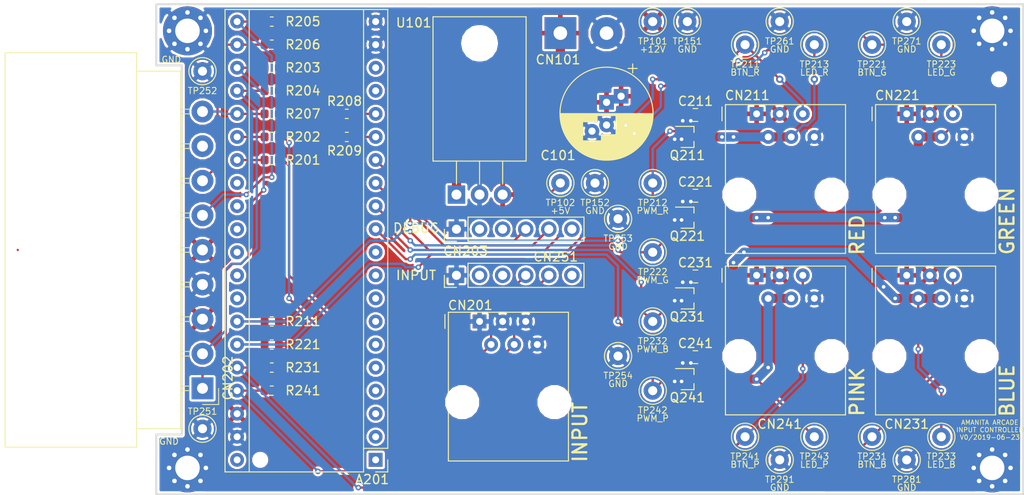
<source format=kicad_pcb>
(kicad_pcb (version 20171130) (host pcbnew 5.0.2-bee76a0~70~ubuntu18.04.1)
  (layers (0 F.Cu signal) (31 B.Cu signal) (34 B.Paste user) (35 F.Paste user) (36 B.SilkS user) (37 F.SilkS user) (38 B.Mask user) (39 F.Mask user hide) (44 Edge.Cuts user))
  (net 0 "")
  (net 1 GND)
  (net 2 /BTN_P)
  (net 3 /BTN_R)
  (net 4 /BTN_B)
  (net 5 /BTN_G)
  (net 6 +5V)
  (net 7 +12V)
  (net 8 /PS2_DATA)
  (net 9 /PS2_CMD)
  (net 10 /PS2_ATT)
  (net 11 /PS2_CLK)
  (net 12 "Net-(CN202-Pad8)")
  (net 13 /PS2_ACK)
  (net 14 "Net-(CN201-Pad4)")
  (net 15 "Net-(CN201-Pad2)")
  (net 16 /TX_INPUT)
  (net 17 /RX_INPUT)
  (net 18 /PWM_R)
  (net 19 /PWM_P)
  (net 20 /PWM_B)
  (net 21 /PWM_G)
  (net 22 "Net-(A201-Pad1)")
  (net 23 "Net-(A201-Pad2)")
  (net 24 "Net-(A201-Pad3)")
  (net 25 "Net-(A201-Pad4)")
  (net 26 "Net-(A201-Pad5)")
  (net 27 "Net-(A201-Pad6)")
  (net 28 "Net-(A201-Pad7)")
  (net 29 "Net-(A201-Pad8)")
  (net 30 "Net-(A201-Pad9)")
  (net 31 "Net-(A201-Pad10)")
  (net 32 /TX_DEBUG)
  (net 33 /RX_DEBUG)
  (net 34 "Net-(A201-Pad17)")
  (net 35 "Net-(A201-Pad18)")
  (net 36 "Net-(A201-Pad28)")
  (net 37 "Net-(A201-Pad29)")
  (net 38 "Net-(A201-Pad30)")
  (net 39 "Net-(A201-Pad31)")
  (net 40 "Net-(A201-Pad32)")
  (net 41 "Net-(A201-Pad33)")
  (net 42 "Net-(CN251-Pad2)")
  (net 43 "Net-(CN251-Pad3)")
  (net 44 "Net-(CN251-Pad6)")
  (net 45 "Net-(CN203-Pad6)")
  (net 46 "Net-(CN203-Pad3)")
  (net 47 "Net-(CN203-Pad2)")
  (net 48 /LED_DRIVE_G)
  (net 49 /LED_DRIVE_P)
  (net 50 /LED_DRIVE_B)
  (net 51 /LED_DRIVE_R)
  (net 52 "Net-(CN203-Pad4)")
  (net 53 "Net-(CN203-Pad5)")
  (net 54 "Net-(CN202-PadS)")
  (net 55 "Net-(A201-Pad40)")
  (module aa-shared:Connector_SonyPS2DualShock_Female (layer F.Cu) (at 106.68 115.316 180)
    (fp_text reference CN202 (at -2.794 1.143 270) (layer F.SilkS))
    (fp_text value Connector_Sony_Playstation_DualShock_Female)
    (pad 1 thru_hole rect (at 0 0 180) (size 2.4 2.4) (drill 1.2) (layers *.Cu *.Mask) (net 8 /PS2_DATA))
    (pad 2 thru_hole circle (at 0 3.81 180) (size 2.4 2.4) (drill 1.2) (layers *.Cu *.Mask) (net 9 /PS2_CMD))
    (pad 3 thru_hole circle (at 0 7.62 180) (size 2.4 2.4) (drill 1.2) (layers *.Cu *.Mask) (net 6 +5V))
    (pad 4 thru_hole circle (at 0 11.43 180) (size 2.4 2.4) (drill 1.2) (layers *.Cu *.Mask) (net 1 GND))
    (pad 5 thru_hole circle (at 0 15.24 180) (size 2.4 2.4) (drill 1.2) (layers *.Cu *.Mask) (net 6 +5V))
    (pad 6 thru_hole circle (at 0 19.05 180) (size 2.4 2.4) (drill 1.2) (layers *.Cu *.Mask) (net 10 /PS2_ATT))
    (pad 7 thru_hole circle (at 0 22.86 180) (size 2.4 2.4) (drill 1.2) (layers *.Cu *.Mask) (net 11 /PS2_CLK))
    (pad 8 thru_hole circle (at 0 26.67 180) (size 2.4 2.4) (drill 1.2) (layers *.Cu *.Mask) (net 12 "Net-(CN202-Pad8)"))
    (pad 9 thru_hole circle (at 0 30.48 180) (size 2.4 2.4) (drill 1.2) (layers *.Cu *.Mask) (net 13 /PS2_ACK))
    (pad S smd circle (at 20.32 15.24 180) (size 0.254 0.254) (layers F.Cu) (net 54 "Net-(CN202-PadS)"))
  )
  (module Module:Maple_Mini (layer F.Cu) (at 125.73 123.19 180)
    (fp_text reference A201 (at 0.381 -2.159 180) (layer F.SilkS))
    (fp_text value STM32F103_Bluepill)
    (pad 1 thru_hole rect (at 0 0 180) (size 1.524 1.524) (drill 0.762) (layers *.Cu *.Mask) (net 22 "Net-(A201-Pad1)"))
    (pad 2 thru_hole circle (at 0 2.54 180) (size 1.524 1.524) (drill 0.762) (layers *.Cu *.Mask) (net 23 "Net-(A201-Pad2)"))
    (pad 3 thru_hole circle (at 0 5.08 180) (size 1.524 1.524) (drill 0.762) (layers *.Cu *.Mask) (net 24 "Net-(A201-Pad3)"))
    (pad 4 thru_hole circle (at 0 7.62 180) (size 1.524 1.524) (drill 0.762) (layers *.Cu *.Mask) (net 25 "Net-(A201-Pad4)"))
    (pad 5 thru_hole circle (at 0 10.16 180) (size 1.524 1.524) (drill 0.762) (layers *.Cu *.Mask) (net 26 "Net-(A201-Pad5)"))
    (pad 6 thru_hole circle (at 0 12.7 180) (size 1.524 1.524) (drill 0.762) (layers *.Cu *.Mask) (net 27 "Net-(A201-Pad6)"))
    (pad 7 thru_hole circle (at 0 15.24 180) (size 1.524 1.524) (drill 0.762) (layers *.Cu *.Mask) (net 28 "Net-(A201-Pad7)"))
    (pad 8 thru_hole circle (at 0 17.78 180) (size 1.524 1.524) (drill 0.762) (layers *.Cu *.Mask) (net 29 "Net-(A201-Pad8)"))
    (pad 9 thru_hole circle (at 0 20.32 180) (size 1.524 1.524) (drill 0.762) (layers *.Cu *.Mask) (net 30 "Net-(A201-Pad9)"))
    (pad 10 thru_hole circle (at 0 22.86 180) (size 1.524 1.524) (drill 0.762) (layers *.Cu *.Mask) (net 31 "Net-(A201-Pad10)"))
    (pad 11 thru_hole circle (at 0 25.4 180) (size 1.524 1.524) (drill 0.762) (layers *.Cu *.Mask) (net 18 /PWM_R))
    (pad 12 thru_hole circle (at 0 27.94 180) (size 1.524 1.524) (drill 0.762) (layers *.Cu *.Mask) (net 21 /PWM_G))
    (pad 13 thru_hole circle (at 0 30.48 180) (size 1.524 1.524) (drill 0.762) (layers *.Cu *.Mask) (net 20 /PWM_B))
    (pad 14 thru_hole circle (at 0 33.02 180) (size 1.524 1.524) (drill 0.762) (layers *.Cu *.Mask) (net 19 /PWM_P))
    (pad 15 thru_hole circle (at 0 35.56 180) (size 1.524 1.524) (drill 0.762) (layers *.Cu *.Mask) (net 32 /TX_DEBUG))
    (pad 16 thru_hole circle (at 0 38.1 180) (size 1.524 1.524) (drill 0.762) (layers *.Cu *.Mask) (net 33 /RX_DEBUG))
    (pad 17 thru_hole circle (at 0 40.64 180) (size 1.524 1.524) (drill 0.762) (layers *.Cu *.Mask) (net 34 "Net-(A201-Pad17)"))
    (pad 18 thru_hole circle (at 0 43.18 180) (size 1.524 1.524) (drill 0.762) (layers *.Cu *.Mask) (net 35 "Net-(A201-Pad18)"))
    (pad 19 thru_hole circle (at 0 45.72 180) (size 1.524 1.524) (drill 0.762) (layers *.Cu *.Mask) (net 1 GND))
    (pad 20 thru_hole circle (at 0 48.26 180) (size 1.524 1.524) (drill 0.762) (layers *.Cu *.Mask) (net 1 GND))
    (pad 21 thru_hole circle (at 15.24 48.26 180) (size 1.524 1.524) (drill 0.762) (layers *.Cu *.Mask) (net 10 /PS2_ATT))
    (pad 22 thru_hole circle (at 15.24 45.72 180) (size 1.524 1.524) (drill 0.762) (layers *.Cu *.Mask) (net 11 /PS2_CLK))
    (pad 23 thru_hole circle (at 15.24 43.18 180) (size 1.524 1.524) (drill 0.762) (layers *.Cu *.Mask) (net 8 /PS2_DATA))
    (pad 24 thru_hole circle (at 15.24 40.64 180) (size 1.524 1.524) (drill 0.762) (layers *.Cu *.Mask) (net 9 /PS2_CMD))
    (pad 25 thru_hole circle (at 15.24 38.1 180) (size 1.524 1.524) (drill 0.762) (layers *.Cu *.Mask) (net 13 /PS2_ACK))
    (pad 26 thru_hole circle (at 15.24 35.56 180) (size 1.524 1.524) (drill 0.762) (layers *.Cu *.Mask) (net 16 /TX_INPUT))
    (pad 27 thru_hole circle (at 15.24 33.02 180) (size 1.524 1.524) (drill 0.762) (layers *.Cu *.Mask) (net 17 /RX_INPUT))
    (pad 28 thru_hole circle (at 15.24 30.48 180) (size 1.524 1.524) (drill 0.762) (layers *.Cu *.Mask) (net 36 "Net-(A201-Pad28)"))
    (pad 29 thru_hole circle (at 15.24 27.94 180) (size 1.524 1.524) (drill 0.762) (layers *.Cu *.Mask) (net 37 "Net-(A201-Pad29)"))
    (pad 30 thru_hole circle (at 15.24 25.4 180) (size 1.524 1.524) (drill 0.762) (layers *.Cu *.Mask) (net 38 "Net-(A201-Pad30)"))
    (pad 31 thru_hole circle (at 15.24 22.86 180) (size 1.524 1.524) (drill 0.762) (layers *.Cu *.Mask) (net 39 "Net-(A201-Pad31)"))
    (pad 32 thru_hole circle (at 15.24 20.32 180) (size 1.524 1.524) (drill 0.762) (layers *.Cu *.Mask) (net 40 "Net-(A201-Pad32)"))
    (pad 33 thru_hole circle (at 15.24 17.78 180) (size 1.524 1.524) (drill 0.762) (layers *.Cu *.Mask) (net 41 "Net-(A201-Pad33)"))
    (pad 34 thru_hole circle (at 15.24 15.24 180) (size 1.524 1.524) (drill 0.762) (layers *.Cu *.Mask) (net 3 /BTN_R))
    (pad 35 thru_hole circle (at 15.24 12.7 180) (size 1.524 1.524) (drill 0.762) (layers *.Cu *.Mask) (net 5 /BTN_G))
    (pad 36 thru_hole circle (at 15.24 10.16 180) (size 1.524 1.524) (drill 0.762) (layers *.Cu *.Mask) (net 4 /BTN_B))
    (pad 37 thru_hole circle (at 15.24 7.62 180) (size 1.524 1.524) (drill 0.762) (layers *.Cu *.Mask) (net 2 /BTN_P))
    (pad 38 thru_hole circle (at 15.24 5.08 180) (size 1.524 1.524) (drill 0.762) (layers *.Cu *.Mask) (net 6 +5V))
    (pad 39 thru_hole circle (at 15.24 2.54 180) (size 1.524 1.524) (drill 0.762) (layers *.Cu *.Mask) (net 1 GND))
    (pad 40 thru_hole circle (at 15.24 0 180) (size 1.524 1.524) (drill 0.762) (layers *.Cu *.Mask) (net 55 "Net-(A201-Pad40)"))
  )
  (module aa-shared:TestPoint_Loop_D1.80mm_Drill1.0mm_Beaded (layer F.Cu) (at 152.4 111.76)
    (fp_text reference TP254 (at 0 2.159) (layer F.SilkS) (effects (font (size 0.7 0.7) (thickness 0.1))))
    (fp_text value GND)
    (fp_text user %V (at 0 3.048) (layer F.SilkS) (effects (font (size 0.7 0.7) (thickness 0.1))))
    (pad 1 thru_hole circle (at 0 0) (size 2 2) (drill 1) (layers *.Cu *.Mask) (net 1 GND))
  )
  (module aa-shared:TestPoint_Loop_D1.80mm_Drill1.0mm_Beaded (layer F.Cu) (at 152.4 96.647)
    (fp_text reference TP253 (at 0 2.159) (layer F.SilkS) (effects (font (size 0.7 0.7) (thickness 0.1))))
    (fp_text value GND)
    (fp_text user %V (at 0 3.048) (layer F.SilkS) (effects (font (size 0.7 0.7) (thickness 0.1))))
    (pad 1 thru_hole circle (at 0 0) (size 2 2) (drill 1) (layers *.Cu *.Mask) (net 1 GND))
  )
  (module Resistor_SMD:R_0603_1608Metric (layer F.Cu) (at 122.555 87.63)
    (fp_text reference R209 (at -0.254 1.524) (layer F.SilkS))
    (fp_text value 120)
    (pad 2 smd roundrect (at 0.7875 0) (size 0.875 0.95) (layers F.Cu F.Paste F.Mask) (net 32 /TX_DEBUG))
    (pad 1 smd roundrect (at -0.7875 0) (size 0.875 0.95) (layers F.Cu F.Paste F.Mask) (net 53 "Net-(CN203-Pad5)"))
  )
  (module Resistor_SMD:R_0603_1608Metric (layer F.Cu) (at 122.555 85.09)
    (fp_text reference R208 (at -0.254 -1.397) (layer F.SilkS))
    (fp_text value 1k)
    (pad 1 smd roundrect (at -0.7875 0) (size 0.875 0.95) (layers F.Cu F.Paste F.Mask) (net 52 "Net-(CN203-Pad4)"))
    (pad 2 smd roundrect (at 0.7875 0) (size 0.875 0.95) (layers F.Cu F.Paste F.Mask) (net 33 /RX_DEBUG))
  )
  (module aa-shared:TestPoint_Loop_D1.80mm_Drill1.0mm_Beaded (layer F.Cu) (at 173.99 77.47)
    (fp_text reference TP213 (at 0 2.159) (layer F.SilkS) (effects (font (size 0.7 0.7) (thickness 0.1))))
    (fp_text value LED_R)
    (fp_text user %V (at 0 3.048) (layer F.SilkS) (effects (font (size 0.7 0.7) (thickness 0.1))))
    (pad 1 thru_hole circle (at 0 0) (size 2 2) (drill 1) (layers *.Cu *.Mask) (net 51 /LED_DRIVE_R))
  )
  (module aa-shared:TestPoint_Loop_D1.80mm_Drill1.0mm_Beaded (layer F.Cu) (at 187.96 120.65)
    (fp_text reference TP233 (at 0 2.159) (layer F.SilkS) (effects (font (size 0.7 0.7) (thickness 0.1))))
    (fp_text value LED_B)
    (fp_text user %V (at 0 3.048) (layer F.SilkS) (effects (font (size 0.7 0.7) (thickness 0.1))))
    (pad 1 thru_hole circle (at 0 0) (size 2 2) (drill 1) (layers *.Cu *.Mask) (net 50 /LED_DRIVE_B))
  )
  (module aa-shared:TestPoint_Loop_D1.80mm_Drill1.0mm_Beaded (layer F.Cu) (at 173.99 120.65)
    (fp_text reference TP243 (at 0 2.159) (layer F.SilkS) (effects (font (size 0.7 0.7) (thickness 0.1))))
    (fp_text value LED_P)
    (fp_text user %V (at 0 3.048) (layer F.SilkS) (effects (font (size 0.7 0.7) (thickness 0.1))))
    (pad 1 thru_hole circle (at 0 0) (size 2 2) (drill 1) (layers *.Cu *.Mask) (net 49 /LED_DRIVE_P))
  )
  (module aa-shared:TestPoint_Loop_D1.80mm_Drill1.0mm_Beaded (layer F.Cu) (at 187.96 77.47)
    (fp_text reference TP223 (at 0 2.159) (layer F.SilkS) (effects (font (size 0.7 0.7) (thickness 0.1))))
    (fp_text value LED_G)
    (fp_text user %V (at 0 3.048) (layer F.SilkS) (effects (font (size 0.7 0.7) (thickness 0.1))))
    (pad 1 thru_hole circle (at 0 0) (size 2 2) (drill 1) (layers *.Cu *.Mask) (net 48 /LED_DRIVE_G))
  )
  (module Capacitor_SMD:C_0805_2012Metric (layer F.Cu) (at 160.909 85.217 180)
    (fp_text reference C211 (at 0 1.524 180) (layer F.SilkS))
    (fp_text value 1u)
    (pad 2 smd roundrect (at 0.9375 0 180) (size 0.975 1.4) (layers F.Cu F.Paste F.Mask) (net 1 GND))
    (pad 1 smd roundrect (at -0.9375 0 180) (size 0.975 1.4) (layers F.Cu F.Paste F.Mask) (net 7 +12V))
  )
  (module Capacitor_SMD:C_0805_2012Metric (layer F.Cu) (at 160.909 94.107 180)
    (fp_text reference C221 (at 0 1.524 180) (layer F.SilkS))
    (fp_text value 1u)
    (pad 1 smd roundrect (at -0.9375 0 180) (size 0.975 1.4) (layers F.Cu F.Paste F.Mask) (net 7 +12V))
    (pad 2 smd roundrect (at 0.9375 0 180) (size 0.975 1.4) (layers F.Cu F.Paste F.Mask) (net 1 GND))
  )
  (module Capacitor_SMD:C_0805_2012Metric (layer F.Cu) (at 160.909 102.997 180)
    (fp_text reference C231 (at 0 1.524 180) (layer F.SilkS))
    (fp_text value 1u)
    (pad 2 smd roundrect (at 0.9375 0 180) (size 0.975 1.4) (layers F.Cu F.Paste F.Mask) (net 1 GND))
    (pad 1 smd roundrect (at -0.9375 0 180) (size 0.975 1.4) (layers F.Cu F.Paste F.Mask) (net 7 +12V))
  )
  (module Capacitor_SMD:C_0805_2012Metric (layer F.Cu) (at 160.909 111.887 180)
    (fp_text reference C241 (at 0 1.524 180) (layer F.SilkS))
    (fp_text value 1u)
    (pad 1 smd roundrect (at -0.9375 0 180) (size 0.975 1.4) (layers F.Cu F.Paste F.Mask) (net 7 +12V))
    (pad 2 smd roundrect (at 0.9375 0 180) (size 0.975 1.4) (layers F.Cu F.Paste F.Mask) (net 1 GND))
  )
  (module Capacitor_THT:CP_Radial_D10.0mm_P2.50mm_P5.00mm (layer F.Cu) (at 151.13 83.82 270)
    (fp_text reference C101 (at 5.842 5.334) (layer F.SilkS))
    (fp_text value 10u)
    (pad 2 thru_hole circle (at 3.170937 1.6 270) (size 1.6 1.6) (drill 0.8) (layers *.Cu *.Mask) (net 1 GND))
    (pad 1 thru_hole rect (at -0.670937 -1.6 270) (size 1.6 1.6) (drill 0.8) (layers *.Cu *.Mask) (net 7 +12V))
    (pad 2 thru_hole circle (at 2.5 0 270) (size 1.6 1.6) (drill 0.8) (layers *.Cu *.Mask) (net 1 GND))
    (pad 1 thru_hole rect (at 0 0 270) (size 1.6 1.6) (drill 0.8) (layers *.Cu *.Mask) (net 7 +12V))
  )
  (module Connector_PinHeader_2.54mm:PinHeader_1x06_P2.54mm_Vertical (layer F.Cu) (at 134.62 97.79 90)
    (fp_text reference CN203 (at -2.413 1.016 180) (layer F.SilkS))
    (fp_text value Conn_01x06_Male)
    (pad 6 thru_hole oval (at 0 12.7 90) (size 1.7 1.7) (drill 1) (layers *.Cu *.Mask) (net 45 "Net-(CN203-Pad6)"))
    (pad 5 thru_hole oval (at 0 10.16 90) (size 1.7 1.7) (drill 1) (layers *.Cu *.Mask) (net 53 "Net-(CN203-Pad5)"))
    (pad 4 thru_hole oval (at 0 7.62 90) (size 1.7 1.7) (drill 1) (layers *.Cu *.Mask) (net 52 "Net-(CN203-Pad4)"))
    (pad 3 thru_hole oval (at 0 5.08 90) (size 1.7 1.7) (drill 1) (layers *.Cu *.Mask) (net 46 "Net-(CN203-Pad3)"))
    (pad 2 thru_hole oval (at 0 2.54 90) (size 1.7 1.7) (drill 1) (layers *.Cu *.Mask) (net 47 "Net-(CN203-Pad2)"))
    (pad 1 thru_hole rect (at 0 0 90) (size 1.7 1.7) (drill 1) (layers *.Cu *.Mask) (net 1 GND))
  )
  (module Connector_PinHeader_2.54mm:PinHeader_1x06_P2.54mm_Vertical (layer F.Cu) (at 134.62 102.87 90)
    (fp_text reference CN251 (at 2.032 10.922 180) (layer F.SilkS))
    (fp_text value Conn_01x06_Male)
    (pad 1 thru_hole rect (at 0 0 90) (size 1.7 1.7) (drill 1) (layers *.Cu *.Mask) (net 1 GND))
    (pad 2 thru_hole oval (at 0 2.54 90) (size 1.7 1.7) (drill 1) (layers *.Cu *.Mask) (net 42 "Net-(CN251-Pad2)"))
    (pad 3 thru_hole oval (at 0 5.08 90) (size 1.7 1.7) (drill 1) (layers *.Cu *.Mask) (net 43 "Net-(CN251-Pad3)"))
    (pad 4 thru_hole oval (at 0 7.62 90) (size 1.7 1.7) (drill 1) (layers *.Cu *.Mask) (net 15 "Net-(CN201-Pad2)"))
    (pad 5 thru_hole oval (at 0 10.16 90) (size 1.7 1.7) (drill 1) (layers *.Cu *.Mask) (net 14 "Net-(CN201-Pad4)"))
    (pad 6 thru_hole oval (at 0 12.7 90) (size 1.7 1.7) (drill 1) (layers *.Cu *.Mask) (net 44 "Net-(CN251-Pad6)"))
  )
  (module Connector_Wire:SolderWirePad_1x02_P5.08mm_Drill1.5mm (layer F.Cu) (at 146.05 76.2)
    (fp_text reference CN101 (at -0.254 2.921) (layer F.SilkS))
    (fp_text value Conn_01x02)
    (pad 1 thru_hole rect (at 0 0) (size 3.50012 3.50012) (drill 1.50114) (layers *.Cu *.Mask) (net 7 +12V))
    (pad 2 thru_hole circle (at 5.08 0) (size 3.50012 3.50012) (drill 1.50114) (layers *.Cu *.Mask) (net 1 GND))
  )
  (module Package_TO_SOT_SMD:SOT-323_SC-70 (layer F.Cu) (at 160.02 105.41)
    (fp_text reference Q231 (at 0 2.032) (layer F.SilkS))
    (fp_text value MCH3484)
    (pad 3 smd rect (at 1 0 270) (size 0.45 0.7) (layers F.Cu F.Paste F.Mask) (net 50 /LED_DRIVE_B))
    (pad 2 smd rect (at -1 0.65 270) (size 0.45 0.7) (layers F.Cu F.Paste F.Mask) (net 1 GND))
    (pad 1 smd rect (at -1 -0.65 270) (size 0.45 0.7) (layers F.Cu F.Paste F.Mask) (net 21 /PWM_G))
  )
  (module Package_TO_SOT_SMD:SOT-323_SC-70 (layer F.Cu) (at 160.02 96.52)
    (fp_text reference Q221 (at 0 2.032) (layer F.SilkS))
    (fp_text value MCH3484)
    (pad 1 smd rect (at -1 -0.65 270) (size 0.45 0.7) (layers F.Cu F.Paste F.Mask) (net 20 /PWM_B))
    (pad 2 smd rect (at -1 0.65 270) (size 0.45 0.7) (layers F.Cu F.Paste F.Mask) (net 1 GND))
    (pad 3 smd rect (at 1 0 270) (size 0.45 0.7) (layers F.Cu F.Paste F.Mask) (net 48 /LED_DRIVE_G))
  )
  (module Package_TO_SOT_SMD:SOT-323_SC-70 (layer F.Cu) (at 160.02 87.63)
    (fp_text reference Q211 (at 0 2.032) (layer F.SilkS))
    (fp_text value MCH3484)
    (pad 3 smd rect (at 1 0 270) (size 0.45 0.7) (layers F.Cu F.Paste F.Mask) (net 51 /LED_DRIVE_R))
    (pad 2 smd rect (at -1 0.65 270) (size 0.45 0.7) (layers F.Cu F.Paste F.Mask) (net 1 GND))
    (pad 1 smd rect (at -1 -0.65 270) (size 0.45 0.7) (layers F.Cu F.Paste F.Mask) (net 19 /PWM_P))
  )
  (module Package_TO_SOT_SMD:SOT-323_SC-70 (layer F.Cu) (at 160.02 114.3)
    (fp_text reference Q241 (at 0 2.032) (layer F.SilkS))
    (fp_text value MCH3484)
    (pad 1 smd rect (at -1 -0.65 270) (size 0.45 0.7) (layers F.Cu F.Paste F.Mask) (net 18 /PWM_R))
    (pad 2 smd rect (at -1 0.65 270) (size 0.45 0.7) (layers F.Cu F.Paste F.Mask) (net 1 GND))
    (pad 3 smd rect (at 1 0 270) (size 0.45 0.7) (layers F.Cu F.Paste F.Mask) (net 49 /LED_DRIVE_P))
  )
  (module Package_TO_SOT_THT:TO-220-3_Horizontal_TabDown (layer F.Cu) (at 134.62 93.98)
    (fp_text reference U101 (at -4.699 -18.923) (layer F.SilkS))
    (fp_text value LM7805_TO220)
    (pad "" np_thru_hole oval (at 2.54 -16.66) (size 3.5 3.5) (drill 3.5) (layers *.Cu *.Mask))
    (pad 1 thru_hole rect (at 0 0) (size 1.905 2) (drill 1.1) (layers *.Cu *.Mask) (net 7 +12V))
    (pad 2 thru_hole oval (at 2.54 0) (size 1.905 2) (drill 1.1) (layers *.Cu *.Mask) (net 1 GND))
    (pad 3 thru_hole oval (at 5.08 0) (size 1.905 2) (drill 1.1) (layers *.Cu *.Mask) (net 6 +5V))
  )
  (module Resistor_SMD:R_0603_1608Metric (layer F.Cu) (at 114.3 115.57 180)
    (fp_text reference R241 (at -3.429 0 180) (layer F.SilkS))
    (fp_text value 1k)
    (pad 1 smd roundrect (at -0.7875 0 180) (size 0.875 0.95) (layers F.Cu F.Paste F.Mask) (net 6 +5V))
    (pad 2 smd roundrect (at 0.7875 0 180) (size 0.875 0.95) (layers F.Cu F.Paste F.Mask) (net 2 /BTN_P))
  )
  (module Resistor_SMD:R_0603_1608Metric (layer F.Cu) (at 114.3 90.17 180)
    (fp_text reference R201 (at -3.429 0 180) (layer F.SilkS))
    (fp_text value 1k)
    (pad 2 smd roundrect (at 0.7875 0 180) (size 0.875 0.95) (layers F.Cu F.Paste F.Mask) (net 17 /RX_INPUT))
    (pad 1 smd roundrect (at -0.7875 0 180) (size 0.875 0.95) (layers F.Cu F.Paste F.Mask) (net 15 "Net-(CN201-Pad2)"))
  )
  (module Resistor_SMD:R_0603_1608Metric (layer F.Cu) (at 114.3 87.63 180)
    (fp_text reference R202 (at -3.429 0 180) (layer F.SilkS))
    (fp_text value 120)
    (pad 1 smd roundrect (at -0.7875 0 180) (size 0.875 0.95) (layers F.Cu F.Paste F.Mask) (net 14 "Net-(CN201-Pad4)"))
    (pad 2 smd roundrect (at 0.7875 0 180) (size 0.875 0.95) (layers F.Cu F.Paste F.Mask) (net 16 /TX_INPUT))
  )
  (module Resistor_SMD:R_0603_1608Metric (layer F.Cu) (at 114.3 113.03 180)
    (fp_text reference R231 (at -3.429 0 180) (layer F.SilkS))
    (fp_text value 1k)
    (pad 2 smd roundrect (at 0.7875 0 180) (size 0.875 0.95) (layers F.Cu F.Paste F.Mask) (net 4 /BTN_B))
    (pad 1 smd roundrect (at -0.7875 0 180) (size 0.875 0.95) (layers F.Cu F.Paste F.Mask) (net 6 +5V))
  )
  (module Resistor_SMD:R_0603_1608Metric (layer F.Cu) (at 114.3 110.49 180)
    (fp_text reference R221 (at -3.429 0 180) (layer F.SilkS))
    (fp_text value 1k)
    (pad 1 smd roundrect (at -0.7875 0 180) (size 0.875 0.95) (layers F.Cu F.Paste F.Mask) (net 6 +5V))
    (pad 2 smd roundrect (at 0.7875 0 180) (size 0.875 0.95) (layers F.Cu F.Paste F.Mask) (net 5 /BTN_G))
  )
  (module Resistor_SMD:R_0603_1608Metric (layer F.Cu) (at 114.3 85.09 180)
    (fp_text reference R207 (at -3.429 0 180) (layer F.SilkS))
    (fp_text value 4.7k)
    (pad 2 smd roundrect (at 0.7875 0 180) (size 0.875 0.95) (layers F.Cu F.Paste F.Mask) (net 13 /PS2_ACK))
    (pad 1 smd roundrect (at -0.7875 0 180) (size 0.875 0.95) (layers F.Cu F.Paste F.Mask) (net 6 +5V))
  )
  (module Resistor_SMD:R_0603_1608Metric (layer F.Cu) (at 114.3 77.47 180)
    (fp_text reference R206 (at -3.429 0 180) (layer F.SilkS))
    (fp_text value 4.7k)
    (pad 1 smd roundrect (at -0.7875 0 180) (size 0.875 0.95) (layers F.Cu F.Paste F.Mask) (net 6 +5V))
    (pad 2 smd roundrect (at 0.7875 0 180) (size 0.875 0.95) (layers F.Cu F.Paste F.Mask) (net 11 /PS2_CLK))
  )
  (module Resistor_SMD:R_0603_1608Metric (layer F.Cu) (at 114.3 74.93 180)
    (fp_text reference R205 (at -3.429 0 180) (layer F.SilkS))
    (fp_text value 4.7k)
    (pad 2 smd roundrect (at 0.7875 0 180) (size 0.875 0.95) (layers F.Cu F.Paste F.Mask) (net 10 /PS2_ATT))
    (pad 1 smd roundrect (at -0.7875 0 180) (size 0.875 0.95) (layers F.Cu F.Paste F.Mask) (net 6 +5V))
  )
  (module Resistor_SMD:R_0603_1608Metric (layer F.Cu) (at 114.3 82.55 180)
    (fp_text reference R204 (at -3.429 0 180) (layer F.SilkS))
    (fp_text value 4.7k)
    (pad 1 smd roundrect (at -0.7875 0 180) (size 0.875 0.95) (layers F.Cu F.Paste F.Mask) (net 6 +5V))
    (pad 2 smd roundrect (at 0.7875 0 180) (size 0.875 0.95) (layers F.Cu F.Paste F.Mask) (net 9 /PS2_CMD))
  )
  (module Resistor_SMD:R_0603_1608Metric (layer F.Cu) (at 114.3 80.01 180)
    (fp_text reference R203 (at -3.429 0 180) (layer F.SilkS))
    (fp_text value 4.7k)
    (pad 2 smd roundrect (at 0.7875 0 180) (size 0.875 0.95) (layers F.Cu F.Paste F.Mask) (net 8 /PS2_DATA))
    (pad 1 smd roundrect (at -0.7875 0 180) (size 0.875 0.95) (layers F.Cu F.Paste F.Mask) (net 6 +5V))
  )
  (module Resistor_SMD:R_0603_1608Metric (layer F.Cu) (at 114.3 107.95 180)
    (fp_text reference R211 (at -3.429 0 180) (layer F.SilkS))
    (fp_text value 1k)
    (pad 1 smd roundrect (at -0.7875 0 180) (size 0.875 0.95) (layers F.Cu F.Paste F.Mask) (net 6 +5V))
    (pad 2 smd roundrect (at 0.7875 0 180) (size 0.875 0.95) (layers F.Cu F.Paste F.Mask) (net 3 /BTN_R))
  )
  (module aa-shared:6P6C_Assmann_A-2014-1-4 (layer F.Cu) (at 167.64 85.09)
    (fp_text reference CN211 (at -1.016 -2.032) (layer F.SilkS))
    (fp_text value BTN_R)
    (pad "" np_thru_hole circle (at 8.25 8.89) (size 3.25 3.25) (drill 3.25) (layers *.Cu *.Mask))
    (pad 6 thru_hole circle (at 6.35 2.54) (size 1.52 1.52) (drill 0.76) (layers *.Cu *.Mask) (net 1 GND))
    (pad 5 thru_hole circle (at 5.08 0) (size 1.52 1.52) (drill 0.76) (layers *.Cu *.Mask) (net 3 /BTN_R))
    (pad 4 thru_hole circle (at 3.81 2.54) (size 1.52 1.52) (drill 0.76) (layers *.Cu *.Mask) (net 51 /LED_DRIVE_R))
    (pad 3 thru_hole circle (at 2.54 0) (size 1.52 1.52) (drill 0.76) (layers *.Cu *.Mask) (net 7 +12V))
    (pad 2 thru_hole circle (at 1.27 2.54) (size 1.52 1.52) (drill 0.76) (layers *.Cu *.Mask) (net 51 /LED_DRIVE_R))
    (pad "" np_thru_hole circle (at -1.91 8.89) (size 3.25 3.25) (drill 3.25) (layers *.Cu *.Mask))
    (pad 1 thru_hole rect (at 0 0) (size 1.52 1.52) (drill 0.76) (layers *.Cu *.Mask) (net 7 +12V))
  )
  (module aa-shared:6P6C_Assmann_A-2014-1-4 (layer F.Cu) (at 167.64 102.87)
    (fp_text reference CN241 (at 2.54 16.383) (layer F.SilkS))
    (fp_text value BTN_P)
    (pad 1 thru_hole rect (at 0 0) (size 1.52 1.52) (drill 0.76) (layers *.Cu *.Mask) (net 7 +12V))
    (pad "" np_thru_hole circle (at -1.91 8.89) (size 3.25 3.25) (drill 3.25) (layers *.Cu *.Mask))
    (pad 2 thru_hole circle (at 1.27 2.54) (size 1.52 1.52) (drill 0.76) (layers *.Cu *.Mask) (net 49 /LED_DRIVE_P))
    (pad 3 thru_hole circle (at 2.54 0) (size 1.52 1.52) (drill 0.76) (layers *.Cu *.Mask) (net 7 +12V))
    (pad 4 thru_hole circle (at 3.81 2.54) (size 1.52 1.52) (drill 0.76) (layers *.Cu *.Mask) (net 49 /LED_DRIVE_P))
    (pad 5 thru_hole circle (at 5.08 0) (size 1.52 1.52) (drill 0.76) (layers *.Cu *.Mask) (net 2 /BTN_P))
    (pad 6 thru_hole circle (at 6.35 2.54) (size 1.52 1.52) (drill 0.76) (layers *.Cu *.Mask) (net 1 GND))
    (pad "" np_thru_hole circle (at 8.25 8.89) (size 3.25 3.25) (drill 3.25) (layers *.Cu *.Mask))
  )
  (module aa-shared:6P6C_Assmann_A-2014-1-4 (layer F.Cu) (at 137.16 107.95)
    (fp_text reference CN201 (at -1.016 -1.778) (layer F.SilkS))
    (fp_text value INPUT)
    (pad "" np_thru_hole circle (at 8.25 8.89) (size 3.25 3.25) (drill 3.25) (layers *.Cu *.Mask))
    (pad 6 thru_hole circle (at 6.35 2.54) (size 1.52 1.52) (drill 0.76) (layers *.Cu *.Mask) (net 1 GND))
    (pad 5 thru_hole circle (at 5.08 0) (size 1.52 1.52) (drill 0.76) (layers *.Cu *.Mask) (net 1 GND))
    (pad 4 thru_hole circle (at 3.81 2.54) (size 1.52 1.52) (drill 0.76) (layers *.Cu *.Mask) (net 14 "Net-(CN201-Pad4)"))
    (pad 3 thru_hole circle (at 2.54 0) (size 1.52 1.52) (drill 0.76) (layers *.Cu *.Mask) (net 1 GND))
    (pad 2 thru_hole circle (at 1.27 2.54) (size 1.52 1.52) (drill 0.76) (layers *.Cu *.Mask) (net 15 "Net-(CN201-Pad2)"))
    (pad "" np_thru_hole circle (at -1.91 8.89) (size 3.25 3.25) (drill 3.25) (layers *.Cu *.Mask))
    (pad 1 thru_hole rect (at 0 0) (size 1.52 1.52) (drill 0.76) (layers *.Cu *.Mask) (net 1 GND))
  )
  (module aa-shared:6P6C_Assmann_A-2014-1-4 (layer F.Cu) (at 184.15 102.87)
    (fp_text reference CN231 (at 0 16.383) (layer F.SilkS))
    (fp_text value BTN_B)
    (pad 1 thru_hole rect (at 0 0) (size 1.52 1.52) (drill 0.76) (layers *.Cu *.Mask) (net 7 +12V))
    (pad "" np_thru_hole circle (at -1.91 8.89) (size 3.25 3.25) (drill 3.25) (layers *.Cu *.Mask))
    (pad 2 thru_hole circle (at 1.27 2.54) (size 1.52 1.52) (drill 0.76) (layers *.Cu *.Mask) (net 50 /LED_DRIVE_B))
    (pad 3 thru_hole circle (at 2.54 0) (size 1.52 1.52) (drill 0.76) (layers *.Cu *.Mask) (net 7 +12V))
    (pad 4 thru_hole circle (at 3.81 2.54) (size 1.52 1.52) (drill 0.76) (layers *.Cu *.Mask) (net 50 /LED_DRIVE_B))
    (pad 5 thru_hole circle (at 5.08 0) (size 1.52 1.52) (drill 0.76) (layers *.Cu *.Mask) (net 4 /BTN_B))
    (pad 6 thru_hole circle (at 6.35 2.54) (size 1.52 1.52) (drill 0.76) (layers *.Cu *.Mask) (net 1 GND))
    (pad "" np_thru_hole circle (at 8.25 8.89) (size 3.25 3.25) (drill 3.25) (layers *.Cu *.Mask))
  )
  (module aa-shared:6P6C_Assmann_A-2014-1-4 (layer F.Cu) (at 184.15 85.09)
    (fp_text reference CN221 (at -1.016 -2.032) (layer F.SilkS))
    (fp_text value BTN_G)
    (pad "" np_thru_hole circle (at 8.25 8.89) (size 3.25 3.25) (drill 3.25) (layers *.Cu *.Mask))
    (pad 6 thru_hole circle (at 6.35 2.54) (size 1.52 1.52) (drill 0.76) (layers *.Cu *.Mask) (net 1 GND))
    (pad 5 thru_hole circle (at 5.08 0) (size 1.52 1.52) (drill 0.76) (layers *.Cu *.Mask) (net 5 /BTN_G))
    (pad 4 thru_hole circle (at 3.81 2.54) (size 1.52 1.52) (drill 0.76) (layers *.Cu *.Mask) (net 48 /LED_DRIVE_G))
    (pad 3 thru_hole circle (at 2.54 0) (size 1.52 1.52) (drill 0.76) (layers *.Cu *.Mask) (net 7 +12V))
    (pad 2 thru_hole circle (at 1.27 2.54) (size 1.52 1.52) (drill 0.76) (layers *.Cu *.Mask) (net 48 /LED_DRIVE_G))
    (pad "" np_thru_hole circle (at -1.91 8.89) (size 3.25 3.25) (drill 3.25) (layers *.Cu *.Mask))
    (pad 1 thru_hole rect (at 0 0) (size 1.52 1.52) (drill 0.76) (layers *.Cu *.Mask) (net 7 +12V))
  )
  (module aa-shared:TestPoint_Loop_D1.80mm_Drill1.0mm_Beaded (layer F.Cu) (at 156.21 115.57)
    (fp_text reference TP242 (at 0 2.159) (layer F.SilkS) (effects (font (size 0.7 0.7) (thickness 0.1))))
    (fp_text value PWM_P)
    (fp_text user %V (at 0 3.048) (layer F.SilkS) (effects (font (size 0.7 0.7) (thickness 0.1))))
    (pad 1 thru_hole circle (at 0 0) (size 2 2) (drill 1) (layers *.Cu *.Mask) (net 18 /PWM_R))
  )
  (module aa-shared:TestPoint_Loop_D1.80mm_Drill1.0mm_Beaded (layer F.Cu) (at 156.21 107.95)
    (fp_text reference TP232 (at 0 2.159) (layer F.SilkS) (effects (font (size 0.7 0.7) (thickness 0.1))))
    (fp_text value PWM_B)
    (fp_text user %V (at 0 3.048) (layer F.SilkS) (effects (font (size 0.7 0.7) (thickness 0.1))))
    (pad 1 thru_hole circle (at 0 0) (size 2 2) (drill 1) (layers *.Cu *.Mask) (net 21 /PWM_G))
  )
  (module aa-shared:TestPoint_Loop_D1.80mm_Drill1.0mm_Beaded (layer F.Cu) (at 156.21 74.93)
    (fp_text reference TP101 (at 0 2.159) (layer F.SilkS) (effects (font (size 0.7 0.7) (thickness 0.1))))
    (fp_text value +12V)
    (fp_text user %V (at 0 3.048) (layer F.SilkS) (effects (font (size 0.7 0.7) (thickness 0.1))))
    (pad 1 thru_hole circle (at 0 0) (size 2 2) (drill 1) (layers *.Cu *.Mask) (net 7 +12V))
  )
  (module aa-shared:TestPoint_Loop_D1.80mm_Drill1.0mm_Beaded (layer F.Cu) (at 146.05 92.71)
    (fp_text reference TP102 (at 0 2.159) (layer F.SilkS) (effects (font (size 0.7 0.7) (thickness 0.1))))
    (fp_text value +5V)
    (fp_text user %V (at 0 3.048) (layer F.SilkS) (effects (font (size 0.7 0.7) (thickness 0.1))))
    (pad 1 thru_hole circle (at 0 0) (size 2 2) (drill 1) (layers *.Cu *.Mask) (net 6 +5V))
  )
  (module aa-shared:TestPoint_Loop_D1.80mm_Drill1.0mm_Beaded (layer F.Cu) (at 160.02 74.93)
    (fp_text reference TP151 (at 0 2.159) (layer F.SilkS) (effects (font (size 0.7 0.7) (thickness 0.1))))
    (fp_text value GND)
    (fp_text user %V (at 0 3.048) (layer F.SilkS) (effects (font (size 0.7 0.7) (thickness 0.1))))
    (pad 1 thru_hole circle (at 0 0) (size 2 2) (drill 1) (layers *.Cu *.Mask) (net 1 GND))
  )
  (module aa-shared:TestPoint_Loop_D1.80mm_Drill1.0mm_Beaded (layer F.Cu) (at 149.86 92.71)
    (fp_text reference TP152 (at 0 2.159) (layer F.SilkS) (effects (font (size 0.7 0.7) (thickness 0.1))))
    (fp_text value GND)
    (fp_text user %V (at 0 3.048) (layer F.SilkS) (effects (font (size 0.7 0.7) (thickness 0.1))))
    (pad 1 thru_hole circle (at 0 0) (size 2 2) (drill 1) (layers *.Cu *.Mask) (net 1 GND))
  )
  (module aa-shared:TestPoint_Loop_D1.80mm_Drill1.0mm_Beaded (layer F.Cu) (at 106.68 119.761)
    (fp_text reference TP251 (at 0 -1.905) (layer F.SilkS) (effects (font (size 0.7 0.7) (thickness 0.1))))
    (fp_text value GND)
    (fp_text user %V (at -3.683 1.397) (layer F.SilkS) (effects (font (size 0.7 0.7) (thickness 0.1))))
    (pad 1 thru_hole circle (at 0 0) (size 2 2) (drill 1) (layers *.Cu *.Mask) (net 1 GND))
  )
  (module aa-shared:TestPoint_Loop_D1.80mm_Drill1.0mm_Beaded (layer F.Cu) (at 156.21 92.71)
    (fp_text reference TP212 (at 0 2.159) (layer F.SilkS) (effects (font (size 0.7 0.7) (thickness 0.1))))
    (fp_text value PWM_R)
    (fp_text user %V (at 0 3.048) (layer F.SilkS) (effects (font (size 0.7 0.7) (thickness 0.1))))
    (pad 1 thru_hole circle (at 0 0) (size 2 2) (drill 1) (layers *.Cu *.Mask) (net 19 /PWM_P))
  )
  (module aa-shared:TestPoint_Loop_D1.80mm_Drill1.0mm_Beaded (layer F.Cu) (at 180.34 77.47)
    (fp_text reference TP221 (at 0 2.159) (layer F.SilkS) (effects (font (size 0.7 0.7) (thickness 0.1))))
    (fp_text value BTN_G)
    (fp_text user %V (at 0 3.048) (layer F.SilkS) (effects (font (size 0.7 0.7) (thickness 0.1))))
    (pad 1 thru_hole circle (at 0 0) (size 2 2) (drill 1) (layers *.Cu *.Mask) (net 5 /BTN_G))
  )
  (module aa-shared:TestPoint_Loop_D1.80mm_Drill1.0mm_Beaded (layer F.Cu) (at 156.21 100.33)
    (fp_text reference TP222 (at 0 2.159) (layer F.SilkS) (effects (font (size 0.7 0.7) (thickness 0.1))))
    (fp_text value PWM_G)
    (fp_text user %V (at 0 3.048) (layer F.SilkS) (effects (font (size 0.7 0.7) (thickness 0.1))))
    (pad 1 thru_hole circle (at 0 0) (size 2 2) (drill 1) (layers *.Cu *.Mask) (net 20 /PWM_B))
  )
  (module aa-shared:TestPoint_Loop_D1.80mm_Drill1.0mm_Beaded (layer F.Cu) (at 180.34 120.65)
    (fp_text reference TP231 (at 0 2.159) (layer F.SilkS) (effects (font (size 0.7 0.7) (thickness 0.1))))
    (fp_text value BTN_B)
    (fp_text user %V (at 0 3.048) (layer F.SilkS) (effects (font (size 0.7 0.7) (thickness 0.1))))
    (pad 1 thru_hole circle (at 0 0) (size 2 2) (drill 1) (layers *.Cu *.Mask) (net 4 /BTN_B))
  )
  (module aa-shared:TestPoint_Loop_D1.80mm_Drill1.0mm_Beaded (layer F.Cu) (at 166.37 77.47)
    (fp_text reference TP211 (at 0 2.159) (layer F.SilkS) (effects (font (size 0.7 0.7) (thickness 0.1))))
    (fp_text value BTN_R)
    (fp_text user %V (at 0 3.048) (layer F.SilkS) (effects (font (size 0.7 0.7) (thickness 0.1))))
    (pad 1 thru_hole circle (at 0 0) (size 2 2) (drill 1) (layers *.Cu *.Mask) (net 3 /BTN_R))
  )
  (module aa-shared:TestPoint_Loop_D1.80mm_Drill1.0mm_Beaded (layer F.Cu) (at 106.68 80.391)
    (fp_text reference TP252 (at 0 2.159) (layer F.SilkS) (effects (font (size 0.7 0.7) (thickness 0.1))))
    (fp_text value GND)
    (fp_text user %V (at -3.429 -1.27) (layer F.SilkS) (effects (font (size 0.7 0.7) (thickness 0.1))))
    (pad 1 thru_hole circle (at 0 0) (size 2 2) (drill 1) (layers *.Cu *.Mask) (net 1 GND))
  )
  (module aa-shared:TestPoint_Loop_D1.80mm_Drill1.0mm_Beaded (layer F.Cu) (at 170.18 74.93)
    (fp_text reference TP261 (at 0 2.159) (layer F.SilkS) (effects (font (size 0.7 0.7) (thickness 0.1))))
    (fp_text value GND)
    (fp_text user %V (at 0 3.048) (layer F.SilkS) (effects (font (size 0.7 0.7) (thickness 0.1))))
    (pad 1 thru_hole circle (at 0 0) (size 2 2) (drill 1) (layers *.Cu *.Mask) (net 1 GND))
  )
  (module aa-shared:TestPoint_Loop_D1.80mm_Drill1.0mm_Beaded (layer F.Cu) (at 184.15 74.93)
    (fp_text reference TP271 (at 0 2.159) (layer F.SilkS) (effects (font (size 0.7 0.7) (thickness 0.1))))
    (fp_text value GND)
    (fp_text user %V (at 0 3.048) (layer F.SilkS) (effects (font (size 0.7 0.7) (thickness 0.1))))
    (pad 1 thru_hole circle (at 0 0) (size 2 2) (drill 1) (layers *.Cu *.Mask) (net 1 GND))
  )
  (module aa-shared:TestPoint_Loop_D1.80mm_Drill1.0mm_Beaded (layer F.Cu) (at 170.18 123.19)
    (fp_text reference TP291 (at 0 2.159) (layer F.SilkS) (effects (font (size 0.7 0.7) (thickness 0.1))))
    (fp_text value GND)
    (fp_text user %V (at 0 3.048) (layer F.SilkS) (effects (font (size 0.7 0.7) (thickness 0.1))))
    (pad 1 thru_hole circle (at 0 0) (size 2 2) (drill 1) (layers *.Cu *.Mask) (net 1 GND))
  )
  (module aa-shared:TestPoint_Loop_D1.80mm_Drill1.0mm_Beaded (layer F.Cu) (at 184.15 123.19)
    (fp_text reference TP281 (at 0 2.159) (layer F.SilkS) (effects (font (size 0.7 0.7) (thickness 0.1))))
    (fp_text value GND)
    (fp_text user %V (at 0 3.048) (layer F.SilkS) (effects (font (size 0.7 0.7) (thickness 0.1))))
    (pad 1 thru_hole circle (at 0 0) (size 2 2) (drill 1) (layers *.Cu *.Mask) (net 1 GND))
  )
  (module aa-shared:TestPoint_Loop_D1.80mm_Drill1.0mm_Beaded (layer F.Cu) (at 166.37 120.65)
    (fp_text reference TP241 (at 0 2.159) (layer F.SilkS) (effects (font (size 0.7 0.7) (thickness 0.1))))
    (fp_text value BTN_P)
    (fp_text user %V (at 0 3.048) (layer F.SilkS) (effects (font (size 0.7 0.7) (thickness 0.1))))
    (pad 1 thru_hole circle (at 0 0) (size 2 2) (drill 1) (layers *.Cu *.Mask) (net 2 /BTN_P))
  )
  (module MountingHole:MountingHole_2.7mm_M2.5_Pad_Via (layer F.Cu) (at 105.029 75.946)
    (fp_text reference H1 hide)
    (fp_text value MountingHole_Pad)
    (pad 1 thru_hole circle (at 1.431891 -1.431891) (size 0.8 0.8) (drill 0.5) (layers *.Cu *.Mask) (net 1 GND))
    (pad 1 thru_hole circle (at 0 -2.025) (size 0.8 0.8) (drill 0.5) (layers *.Cu *.Mask) (net 1 GND))
    (pad 1 thru_hole circle (at -1.431891 -1.431891) (size 0.8 0.8) (drill 0.5) (layers *.Cu *.Mask) (net 1 GND))
    (pad 1 thru_hole circle (at -2.025 0) (size 0.8 0.8) (drill 0.5) (layers *.Cu *.Mask) (net 1 GND))
    (pad 1 thru_hole circle (at -1.431891 1.431891) (size 0.8 0.8) (drill 0.5) (layers *.Cu *.Mask) (net 1 GND))
    (pad 1 thru_hole circle (at 0 2.025) (size 0.8 0.8) (drill 0.5) (layers *.Cu *.Mask) (net 1 GND))
    (pad 1 thru_hole circle (at 1.431891 1.431891) (size 0.8 0.8) (drill 0.5) (layers *.Cu *.Mask) (net 1 GND))
    (pad 1 thru_hole circle (at 2.025 0) (size 0.8 0.8) (drill 0.5) (layers *.Cu *.Mask) (net 1 GND))
    (pad 1 thru_hole circle (at 0 0) (size 5.4 5.4) (drill 2.7) (layers *.Cu *.Mask) (net 1 GND))
  )
  (module MountingHole:MountingHole_2.7mm_M2.5_Pad_Via (layer F.Cu) (at 193.548 75.946)
    (fp_text reference H2 hide)
    (fp_text value MountingHole_Pad)
    (pad 1 thru_hole circle (at 1.431891 -1.431891) (size 0.8 0.8) (drill 0.5) (layers *.Cu *.Mask) (net 1 GND))
    (pad 1 thru_hole circle (at 0 -2.025) (size 0.8 0.8) (drill 0.5) (layers *.Cu *.Mask) (net 1 GND))
    (pad 1 thru_hole circle (at -1.431891 -1.431891) (size 0.8 0.8) (drill 0.5) (layers *.Cu *.Mask) (net 1 GND))
    (pad 1 thru_hole circle (at -2.025 0) (size 0.8 0.8) (drill 0.5) (layers *.Cu *.Mask) (net 1 GND))
    (pad 1 thru_hole circle (at -1.431891 1.431891) (size 0.8 0.8) (drill 0.5) (layers *.Cu *.Mask) (net 1 GND))
    (pad 1 thru_hole circle (at 0 2.025) (size 0.8 0.8) (drill 0.5) (layers *.Cu *.Mask) (net 1 GND))
    (pad 1 thru_hole circle (at 1.431891 1.431891) (size 0.8 0.8) (drill 0.5) (layers *.Cu *.Mask) (net 1 GND))
    (pad 1 thru_hole circle (at 2.025 0) (size 0.8 0.8) (drill 0.5) (layers *.Cu *.Mask) (net 1 GND))
    (pad 1 thru_hole circle (at 0 0) (size 5.4 5.4) (drill 2.7) (layers *.Cu *.Mask) (net 1 GND))
  )
  (module MountingHole:MountingHole_2.7mm_M2.5_Pad_Via (layer F.Cu) (at 105.029 124.079)
    (fp_text reference H3 hide)
    (fp_text value MountingHole_Pad)
    (pad 1 thru_hole circle (at 1.431891 -1.431891) (size 0.8 0.8) (drill 0.5) (layers *.Cu *.Mask) (net 1 GND))
    (pad 1 thru_hole circle (at 0 -2.025) (size 0.8 0.8) (drill 0.5) (layers *.Cu *.Mask) (net 1 GND))
    (pad 1 thru_hole circle (at -1.431891 -1.431891) (size 0.8 0.8) (drill 0.5) (layers *.Cu *.Mask) (net 1 GND))
    (pad 1 thru_hole circle (at -2.025 0) (size 0.8 0.8) (drill 0.5) (layers *.Cu *.Mask) (net 1 GND))
    (pad 1 thru_hole circle (at -1.431891 1.431891) (size 0.8 0.8) (drill 0.5) (layers *.Cu *.Mask) (net 1 GND))
    (pad 1 thru_hole circle (at 0 2.025) (size 0.8 0.8) (drill 0.5) (layers *.Cu *.Mask) (net 1 GND))
    (pad 1 thru_hole circle (at 1.431891 1.431891) (size 0.8 0.8) (drill 0.5) (layers *.Cu *.Mask) (net 1 GND))
    (pad 1 thru_hole circle (at 2.025 0) (size 0.8 0.8) (drill 0.5) (layers *.Cu *.Mask) (net 1 GND))
    (pad 1 thru_hole circle (at 0 0) (size 5.4 5.4) (drill 2.7) (layers *.Cu *.Mask) (net 1 GND))
  )
  (module MountingHole:MountingHole_2.7mm_M2.5_Pad_Via (layer F.Cu) (at 193.548 124.079)
    (fp_text reference H4 hide)
    (fp_text value MountingHole_Pad)
    (pad 1 thru_hole circle (at 0 0) (size 5.4 5.4) (drill 2.7) (layers *.Cu *.Mask) (net 1 GND))
    (pad 1 thru_hole circle (at 2.025 0) (size 0.8 0.8) (drill 0.5) (layers *.Cu *.Mask) (net 1 GND))
    (pad 1 thru_hole circle (at 1.431891 1.431891) (size 0.8 0.8) (drill 0.5) (layers *.Cu *.Mask) (net 1 GND))
    (pad 1 thru_hole circle (at 0 2.025) (size 0.8 0.8) (drill 0.5) (layers *.Cu *.Mask) (net 1 GND))
    (pad 1 thru_hole circle (at -1.431891 1.431891) (size 0.8 0.8) (drill 0.5) (layers *.Cu *.Mask) (net 1 GND))
    (pad 1 thru_hole circle (at -2.025 0) (size 0.8 0.8) (drill 0.5) (layers *.Cu *.Mask) (net 1 GND))
    (pad 1 thru_hole circle (at -1.431891 -1.431891) (size 0.8 0.8) (drill 0.5) (layers *.Cu *.Mask) (net 1 GND))
    (pad 1 thru_hole circle (at 0 -2.025) (size 0.8 0.8) (drill 0.5) (layers *.Cu *.Mask) (net 1 GND))
    (pad 1 thru_hole circle (at 1.431891 -1.431891) (size 0.8 0.8) (drill 0.5) (layers *.Cu *.Mask) (net 1 GND))
  )
  (module Fiducial:Fiducial_1mm_Dia_2.54mm_Outer_CopperTop (layer F.Cu) (at 191.77 81.28)
    (fp_text reference FD2 hide)
    (fp_text value Fiducial)
    (pad "" smd circle (at 0 0) (size 1 1) (layers F.Cu F.Mask) (clearance 0.77))
  )
  (module aa-shared:StencilAlignment_1.27mm (layer F.Cu) (at 194.31 81.28)
    (fp_text reference FD6 hide)
    (fp_text value Fiducial)
    (pad "" np_thru_hole circle (at 0 0) (size 1.27 1.27) (drill 1.27) (layers *.Cu *.Paste *.Mask))
  )
  (module aa-shared:StencilAlignment_1.27mm (layer F.Cu) (at 113.03 123.19)
    (fp_text reference FD5 hide)
    (fp_text value Fiducial)
    (pad "" np_thru_hole circle (at 0 0) (size 1.27 1.27) (drill 1.27) (layers *.Cu *.Paste *.Mask))
  )
  (module Fiducial:Fiducial_1mm_Dia_2.54mm_Outer_CopperTop (layer F.Cu) (at 115.57 123.19)
    (fp_text reference FD1 hide)
    (fp_text value Fiducial)
    (pad "" smd circle (at 0 0) (size 1 1) (layers F.Cu F.Mask) (clearance 0.77))
  )
  (gr_line (start 101.6 120.396) (end 101.6 127) (layer Edge.Cuts) (width 0.2))
  (gr_line (start 104.394 120.396) (end 101.6 120.396) (layer Edge.Cuts) (width 0.2))
  (gr_line (start 104.394 79.756) (end 104.394 120.396) (layer Edge.Cuts) (width 0.2))
  (gr_line (start 101.6 79.756) (end 104.394 79.756) (layer Edge.Cuts) (width 0.2))
  (gr_text GREEN (at 195.199 96.901 90) (layer F.SilkS) (effects (font (size 1.524 1.524) (thickness 0.254))))
  (gr_text RED (at 178.689 98.425 90) (layer F.SilkS) (effects (font (size 1.524 1.524) (thickness 0.254))))
  (gr_text BLUE (at 195.199 115.57 90) (layer F.SilkS) (effects (font (size 1.524 1.524) (thickness 0.254))))
  (gr_text PINK (at 178.689 115.697 90) (layer F.SilkS) (effects (font (size 1.524 1.524) (thickness 0.254))))
  (gr_text INPUT (at 148.209 120.142 90) (layer F.SilkS) (effects (font (size 1.524 1.524) (thickness 0.254))))
  (gr_text INPUT (at 130.175 102.87) (layer F.SilkS) (effects (font (size 1.016 1.016) (thickness 0.1524))))
  (gr_text DEBUG (at 130.175 97.663) (layer F.SilkS) (effects (font (size 1.016 1.016) (thickness 0.1524))))
  (gr_text "AMANITA ARCADE\nINPUT CONTROLLER\nV0/2019-06-23" (at 193.294 119.888) (layer F.SilkS) (effects (font (size 0.508 0.508) (thickness 0.0762))))
  (gr_line (start 196.977 127) (end 101.6 127) (layer Edge.Cuts) (width 0.2))
  (gr_line (start 196.977 73.025) (end 196.977 127) (layer Edge.Cuts) (width 0.2))
  (gr_line (start 101.6 73.025) (end 196.977 73.025) (layer Edge.Cuts) (width 0.2))
  (gr_line (start 101.6 79.756) (end 101.6 73.025) (layer Edge.Cuts) (width 0.2))
  (via (at 160.401 85.852) (size 0.8) (drill 0.4) (layers F.Cu B.Cu) (net 1))
  (via (at 159.51197 85.852) (size 0.8) (drill 0.4) (layers F.Cu B.Cu) (net 1))
  (segment (start 159.9715 94.2825) (end 159.911999 94.342001) (width 0.254) (layer F.Cu) (net 1))
  (segment (start 159.911999 94.342001) (end 159.512 94.742) (width 0.254) (layer F.Cu) (net 1))
  (via (at 159.512 94.742) (size 0.8) (drill 0.4) (layers F.Cu B.Cu) (net 1))
  (segment (start 159.9715 93.80453) (end 159.9715 94.2825) (width 0.254) (layer F.Cu) (net 1))
  (segment (start 159.9715 93.7745) (end 159.9715 94.3125) (width 0.254) (layer F.Cu) (net 1))
  (segment (start 159.9715 94.3125) (end 160.001001 94.342001) (width 0.254) (layer F.Cu) (net 1))
  (segment (start 160.001001 94.342001) (end 160.401 94.742) (width 0.254) (layer F.Cu) (net 1))
  (via (at 160.401 94.742) (size 0.8) (drill 0.4) (layers F.Cu B.Cu) (net 1))
  (via (at 158.623 96.774) (size 0.8) (drill 0.4) (layers F.Cu B.Cu) (net 1))
  (via (at 159.38501 96.774) (size 0.8) (drill 0.4) (layers F.Cu B.Cu) (net 1))
  (segment (start 159.38501 96.862992) (end 159.38501 96.774) (width 0.254) (layer F.Cu) (net 1))
  (segment (start 159.112001 97.136001) (end 159.38501 96.862992) (width 0.254) (layer F.Cu) (net 1))
  (segment (start 159.004 97.155) (end 158.623 96.774) (width 0.254) (layer F.Cu) (net 1))
  (via (at 159.385 87.884) (size 0.8) (drill 0.4) (layers F.Cu B.Cu) (net 1))
  (segment (start 159.112001 88.246001) (end 159.385 87.973002) (width 0.254) (layer F.Cu) (net 1))
  (segment (start 159.385 87.973002) (end 159.385 87.884) (width 0.254) (layer F.Cu) (net 1))
  (via (at 158.623 87.884002) (size 0.8) (drill 0.4) (layers F.Cu B.Cu) (net 1))
  (via (at 160.401 103.632) (size 0.8) (drill 0.4) (layers F.Cu B.Cu) (net 1))
  (via (at 159.512 103.632) (size 0.8) (drill 0.4) (layers F.Cu B.Cu) (net 1))
  (segment (start 159.053999 105.995001) (end 159.385 105.664) (width 0.254) (layer F.Cu) (net 1))
  (segment (start 159.053999 106.026001) (end 159.053999 105.995001) (width 0.254) (layer F.Cu) (net 1))
  (segment (start 159.02 106.06) (end 159.053999 106.026001) (width 0.254) (layer F.Cu) (net 1))
  (via (at 159.385 105.664) (size 0.8) (drill 0.4) (layers F.Cu B.Cu) (net 1))
  (segment (start 159.02 106.042139) (end 158.641861 105.664) (width 0.254) (layer F.Cu) (net 1))
  (via (at 158.623 105.664) (size 0.8) (drill 0.4) (layers F.Cu B.Cu) (net 1))
  (segment (start 159.02 106.06) (end 159.02 106.042139) (width 0.254) (layer F.Cu) (net 1))
  (segment (start 158.641861 105.664) (end 158.623 105.664) (width 0.254) (layer F.Cu) (net 1))
  (segment (start 159.019 114.95) (end 158.623 114.554) (width 0.254) (layer F.Cu) (net 1))
  (segment (start 159.02 114.95) (end 159.019 114.95) (width 0.254) (layer F.Cu) (net 1))
  (via (at 158.623 114.554) (size 0.8) (drill 0.4) (layers F.Cu B.Cu) (net 1))
  (via (at 159.385 114.554) (size 0.8) (drill 0.4) (layers F.Cu B.Cu) (net 1))
  (segment (start 159.02 114.95) (end 159.053999 114.916001) (width 0.254) (layer F.Cu) (net 1))
  (segment (start 159.053999 114.885001) (end 159.385 114.554) (width 0.254) (layer F.Cu) (net 1))
  (segment (start 159.053999 114.916001) (end 159.053999 114.885001) (width 0.254) (layer F.Cu) (net 1))
  (segment (start 159.911999 112.121975) (end 159.512 112.521974) (width 0.254) (layer F.Cu) (net 1))
  (via (at 159.512 112.521974) (size 0.8) (drill 0.4) (layers F.Cu B.Cu) (net 1))
  (segment (start 159.9715 111.887) (end 159.9715 112.062474) (width 0.254) (layer F.Cu) (net 1))
  (segment (start 159.9715 112.062474) (end 159.911999 112.121975) (width 0.254) (layer F.Cu) (net 1))
  (via (at 160.401004 112.522) (size 0.8) (drill 0.4) (layers F.Cu B.Cu) (net 1))
  (segment (start 160.448974 112.522) (end 160.401004 112.522) (width 0.254) (layer F.Cu) (net 1))
  (segment (start 160.527737 112.443237) (end 160.448974 112.522) (width 0.254) (layer F.Cu) (net 1))
  (segment (start 160.001001 103.232001) (end 160.001001 103.015999) (width 0.254) (layer F.Cu) (net 1))
  (segment (start 160.401 103.632) (end 160.001001 103.232001) (width 0.254) (layer F.Cu) (net 1))
  (segment (start 160.001001 103.015999) (end 160.02 102.997) (width 0.254) (layer F.Cu) (net 1))
  (segment (start 159.9715 85.4225) (end 160.401 85.852) (width 0.254) (layer F.Cu) (net 1))
  (segment (start 159.9715 85.217) (end 159.9715 85.4225) (width 0.254) (layer F.Cu) (net 1))
  (segment (start 113.5125 115.57) (end 110.49 115.57) (width 0.254) (layer F.Cu) (net 2))
  (segment (start 110.49 115.57) (end 119.38 124.46) (width 0.254) (layer B.Cu) (net 2))
  (via (at 119.38 124.46) (size 0.6) (drill 0.3) (layers F.Cu B.Cu) (net 2))
  (via (at 172.72 113.157) (size 0.6) (drill 0.3) (layers F.Cu B.Cu) (net 2))
  (segment (start 172.72 102.87) (end 172.72 113.157) (width 0.254) (layer F.Cu) (net 2))
  (segment (start 172.72 113.157) (end 172.72 114.299996) (width 0.254) (layer B.Cu) (net 2))
  (segment (start 166.669995 120.350001) (end 166.369996 120.65) (width 0.254) (layer B.Cu) (net 2))
  (segment (start 172.72 114.299996) (end 166.669995 120.350001) (width 0.254) (layer B.Cu) (net 2))
  (segment (start 162.56 124.46) (end 166.070001 120.949999) (width 0.254) (layer F.Cu) (net 2))
  (segment (start 119.38 124.46) (end 162.56 124.46) (width 0.254) (layer F.Cu) (net 2))
  (segment (start 165.370001 121.649999) (end 162.56 124.46) (width 0.254) (layer F.Cu) (net 2))
  (segment (start 166.37 120.65) (end 165.370001 121.649999) (width 0.254) (layer F.Cu) (net 2))
  (segment (start 113.5125 107.95) (end 110.49 107.95) (width 0.254) (layer F.Cu) (net 3))
  (via (at 129.54 98.044) (size 0.6) (drill 0.3) (layers F.Cu B.Cu) (net 3))
  (segment (start 116.205 107.95) (end 125.095 99.06) (width 0.254) (layer B.Cu) (net 3))
  (segment (start 129.115736 98.044) (end 129.54 98.044) (width 0.254) (layer B.Cu) (net 3))
  (segment (start 110.49 107.95) (end 116.205 107.95) (width 0.254) (layer B.Cu) (net 3))
  (segment (start 127.643116 99.06) (end 128.659116 98.044) (width 0.254) (layer B.Cu) (net 3))
  (segment (start 125.095 99.06) (end 127.643116 99.06) (width 0.254) (layer B.Cu) (net 3))
  (segment (start 128.659116 98.044) (end 129.115736 98.044) (width 0.254) (layer B.Cu) (net 3))
  (via (at 170.18 81.28) (size 0.8) (drill 0.4) (layers F.Cu B.Cu) (net 3))
  (segment (start 166.37 77.47) (end 170.18 81.28) (width 0.254) (layer F.Cu) (net 3))
  (segment (start 172.72 83.82) (end 172.72 85.09) (width 0.254) (layer B.Cu) (net 3))
  (segment (start 170.18 81.28) (end 172.72 83.82) (width 0.254) (layer B.Cu) (net 3))
  (segment (start 162.56 81.28) (end 166.37 77.47) (width 0.254) (layer F.Cu) (net 3))
  (via (at 156.21 81.28) (size 0.6) (drill 0.3) (layers F.Cu B.Cu) (net 3))
  (segment (start 156.21 81.28) (end 162.56 81.28) (width 0.254) (layer F.Cu) (net 3))
  (via (at 153.245732 86.36) (size 0.6) (drill 0.3) (layers F.Cu B.Cu) (net 3))
  (segment (start 153.545731 86.060001) (end 153.245732 86.36) (width 0.254) (layer B.Cu) (net 3))
  (segment (start 156.21 83.395732) (end 153.545731 86.060001) (width 0.254) (layer B.Cu) (net 3))
  (segment (start 156.21 81.28) (end 156.21 83.395732) (width 0.254) (layer B.Cu) (net 3))
  (segment (start 147.700989 91.904743) (end 152.945733 86.659999) (width 0.254) (layer F.Cu) (net 3))
  (segment (start 146.05 98.425) (end 146.05 97.028) (width 0.254) (layer F.Cu) (net 3))
  (segment (start 147.700989 95.377011) (end 147.700989 91.904743) (width 0.254) (layer F.Cu) (net 3))
  (segment (start 131.572011 100.076011) (end 144.398989 100.076011) (width 0.254) (layer F.Cu) (net 3))
  (segment (start 129.54 98.044) (end 131.572011 100.076011) (width 0.254) (layer F.Cu) (net 3))
  (segment (start 146.05 97.028) (end 147.700989 95.377011) (width 0.254) (layer F.Cu) (net 3))
  (segment (start 144.398989 100.076011) (end 146.05 98.425) (width 0.254) (layer F.Cu) (net 3))
  (segment (start 152.945733 86.659999) (end 153.245732 86.36) (width 0.254) (layer F.Cu) (net 3))
  (segment (start 189.23 111.76) (end 180.34 120.65) (width 0.254) (layer F.Cu) (net 4))
  (segment (start 189.23 102.87) (end 189.23 111.76) (width 0.254) (layer F.Cu) (net 4))
  (segment (start 113.5125 113.03) (end 110.49 113.03) (width 0.254) (layer F.Cu) (net 4))
  (via (at 123.825 126.245978) (size 0.6) (drill 0.3) (layers F.Cu B.Cu) (net 4))
  (segment (start 110.49 113.03) (end 123.705978 126.245978) (width 0.254) (layer B.Cu) (net 4))
  (segment (start 123.705978 126.245978) (end 123.825 126.245978) (width 0.254) (layer B.Cu) (net 4))
  (segment (start 180.34 120.65) (end 174.744022 126.245978) (width 0.254) (layer F.Cu) (net 4))
  (segment (start 124.390685 126.245978) (end 123.825 126.245978) (width 0.254) (layer F.Cu) (net 4))
  (segment (start 174.744022 126.245978) (end 124.390685 126.245978) (width 0.254) (layer F.Cu) (net 4))
  (segment (start 189.23 85.09) (end 189.23 83.82) (width 0.254) (layer F.Cu) (net 5))
  (segment (start 189.23 83.82) (end 182.88 77.47) (width 0.254) (layer F.Cu) (net 5))
  (segment (start 182.88 77.47) (end 180.34 77.47) (width 0.254) (layer F.Cu) (net 5))
  (segment (start 113.5125 110.49) (end 110.49 110.49) (width 0.254) (layer F.Cu) (net 5))
  (via (at 130.429 101.981) (size 0.6) (drill 0.3) (layers F.Cu B.Cu) (net 5))
  (segment (start 116.205 110.49) (end 125.095 101.6) (width 0.254) (layer B.Cu) (net 5))
  (segment (start 128.659118 101.6) (end 129.040118 101.981) (width 0.254) (layer B.Cu) (net 5))
  (segment (start 130.004736 101.981) (end 130.429 101.981) (width 0.254) (layer B.Cu) (net 5))
  (segment (start 110.49 110.49) (end 116.205 110.49) (width 0.254) (layer B.Cu) (net 5))
  (segment (start 125.095 101.6) (end 128.659118 101.6) (width 0.254) (layer B.Cu) (net 5))
  (segment (start 129.040118 101.981) (end 130.004736 101.981) (width 0.254) (layer B.Cu) (net 5))
  (via (at 154.178 87.249) (size 0.6) (drill 0.3) (layers F.Cu B.Cu) (net 5))
  (segment (start 154.178 87.249) (end 154.477999 86.949001) (width 0.254) (layer B.Cu) (net 5))
  (via (at 157.099 82.042) (size 0.6) (drill 0.3) (layers F.Cu B.Cu) (net 5))
  (segment (start 154.477999 86.949001) (end 157.099 84.328) (width 0.254) (layer B.Cu) (net 5))
  (segment (start 157.099 84.328) (end 157.099 82.042) (width 0.254) (layer B.Cu) (net 5))
  (segment (start 157.523264 82.042) (end 157.650264 81.915) (width 0.254) (layer F.Cu) (net 5))
  (segment (start 157.099 82.042) (end 157.523264 82.042) (width 0.254) (layer F.Cu) (net 5))
  (segment (start 157.650264 81.915) (end 162.941 81.915) (width 0.254) (layer F.Cu) (net 5))
  (via (at 165.608 79.248) (size 0.6) (drill 0.3) (layers F.Cu B.Cu) (net 5))
  (segment (start 162.941 81.915) (end 165.608 79.248) (width 0.254) (layer F.Cu) (net 5))
  (segment (start 165.608 79.248) (end 167.64 79.248) (width 0.254) (layer B.Cu) (net 5))
  (via (at 168.529 78.359) (size 0.6) (drill 0.3) (layers F.Cu B.Cu) (net 5))
  (segment (start 167.64 79.248) (end 168.529 78.359) (width 0.254) (layer B.Cu) (net 5))
  (segment (start 168.828999 78.059001) (end 170.352999 78.059001) (width 0.254) (layer F.Cu) (net 5))
  (segment (start 168.529 78.359) (end 168.828999 78.059001) (width 0.254) (layer F.Cu) (net 5))
  (segment (start 170.352999 78.059001) (end 172.72 75.692) (width 0.254) (layer F.Cu) (net 5))
  (segment (start 172.72 75.692) (end 178.562 75.692) (width 0.254) (layer F.Cu) (net 5))
  (segment (start 178.562 75.692) (end 180.34 77.47) (width 0.254) (layer F.Cu) (net 5))
  (segment (start 131.825978 100.584022) (end 146.430978 100.584022) (width 0.254) (layer F.Cu) (net 5))
  (segment (start 148.209 92.202) (end 153.162 87.249) (width 0.254) (layer F.Cu) (net 5))
  (segment (start 148.59 95.758) (end 148.209 95.377) (width 0.254) (layer F.Cu) (net 5))
  (segment (start 146.430978 100.584022) (end 148.59 98.425) (width 0.254) (layer F.Cu) (net 5))
  (segment (start 130.429 101.981) (end 131.825978 100.584022) (width 0.254) (layer F.Cu) (net 5))
  (segment (start 153.753736 87.249) (end 154.178 87.249) (width 0.254) (layer F.Cu) (net 5))
  (segment (start 148.209 95.377) (end 148.209 92.202) (width 0.254) (layer F.Cu) (net 5))
  (segment (start 148.59 98.425) (end 148.59 95.758) (width 0.254) (layer F.Cu) (net 5))
  (segment (start 153.162 87.249) (end 153.753736 87.249) (width 0.254) (layer F.Cu) (net 5))
  (segment (start 139.7 93.98) (end 144.78 93.98) (width 0.254) (layer F.Cu) (net 6))
  (segment (start 144.78 93.98) (end 146.05 92.71) (width 0.254) (layer F.Cu) (net 6))
  (segment (start 146.05 78.74) (end 146.05 76.2) (width 1.016) (layer F.Cu) (net 7))
  (segment (start 134.62 91.964) (end 135.144 91.44) (width 1.016) (layer F.Cu) (net 7))
  (segment (start 143.51 91.44) (end 146.05 88.9) (width 1.016) (layer F.Cu) (net 7))
  (segment (start 146.05 88.9) (end 146.05 78.74) (width 1.016) (layer F.Cu) (net 7))
  (segment (start 134.62 93.98) (end 134.62 91.964) (width 1.016) (layer F.Cu) (net 7))
  (segment (start 135.144 91.44) (end 143.51 91.44) (width 1.016) (layer F.Cu) (net 7))
  (segment (start 113.5125 80.01) (end 110.49 80.01) (width 0.254) (layer F.Cu) (net 8))
  (segment (start 113.411 93.047736) (end 113.411 93.472) (width 0.254) (layer B.Cu) (net 8))
  (via (at 113.411 93.472) (size 0.6) (drill 0.3) (layers F.Cu B.Cu) (net 8))
  (segment (start 110.49 80.01) (end 113.411 82.931) (width 0.254) (layer B.Cu) (net 8))
  (segment (start 113.411 82.931) (end 113.411 93.047736) (width 0.254) (layer B.Cu) (net 8))
  (segment (start 110.911642 101.6) (end 111.76 100.751642) (width 0.254) (layer F.Cu) (net 8))
  (segment (start 111.76 100.751642) (end 111.76 95.123) (width 0.254) (layer F.Cu) (net 8))
  (segment (start 106.68 113.862) (end 109.22 111.322) (width 0.254) (layer F.Cu) (net 8))
  (segment (start 106.68 115.316) (end 106.68 113.862) (width 0.254) (layer F.Cu) (net 8))
  (segment (start 109.22 111.322) (end 109.22 102.362) (width 0.254) (layer F.Cu) (net 8))
  (segment (start 111.76 95.123) (end 113.411 93.472) (width 0.254) (layer F.Cu) (net 8))
  (segment (start 109.22 102.362) (end 109.982 101.6) (width 0.254) (layer F.Cu) (net 8))
  (segment (start 109.982 101.6) (end 110.911642 101.6) (width 0.254) (layer F.Cu) (net 8))
  (segment (start 113.5125 82.55) (end 110.49 82.55) (width 0.254) (layer F.Cu) (net 9))
  (segment (start 110.911642 101.6) (end 112.649 99.862642) (width 0.254) (layer B.Cu) (net 9))
  (segment (start 109.855 101.6) (end 110.911642 101.6) (width 0.254) (layer B.Cu) (net 9))
  (segment (start 109.22 102.235) (end 109.855 101.6) (width 0.254) (layer B.Cu) (net 9))
  (segment (start 106.68 111.506) (end 109.22 108.966) (width 0.254) (layer B.Cu) (net 9))
  (segment (start 109.22 108.966) (end 109.22 102.235) (width 0.254) (layer B.Cu) (net 9))
  (segment (start 112.649 99.862642) (end 112.649 84.709) (width 0.254) (layer B.Cu) (net 9))
  (segment (start 112.649 84.709) (end 111.251999 83.311999) (width 0.254) (layer B.Cu) (net 9))
  (segment (start 111.251999 83.311999) (end 110.49 82.55) (width 0.254) (layer B.Cu) (net 9))
  (segment (start 113.5125 74.93) (end 110.49 74.93) (width 0.254) (layer F.Cu) (net 10))
  (via (at 114.3 92.075) (size 0.6) (drill 0.3) (layers F.Cu B.Cu) (net 10))
  (segment (start 114.3 78.74) (end 114.3 91.650736) (width 0.254) (layer B.Cu) (net 10))
  (segment (start 114.3 91.650736) (end 114.3 92.075) (width 0.254) (layer B.Cu) (net 10))
  (segment (start 110.49 74.93) (end 114.3 78.74) (width 0.254) (layer B.Cu) (net 10))
  (segment (start 108.966 93.98) (end 111.081736 93.98) (width 0.254) (layer B.Cu) (net 10))
  (segment (start 114.3 92.075) (end 113.411 92.075) (width 0.254) (layer F.Cu) (net 10))
  (segment (start 111.805999 93.680001) (end 111.506 93.98) (width 0.254) (layer F.Cu) (net 10))
  (via (at 111.506 93.98) (size 0.6) (drill 0.3) (layers F.Cu B.Cu) (net 10))
  (segment (start 106.68 96.266) (end 108.966 93.98) (width 0.254) (layer B.Cu) (net 10))
  (segment (start 111.081736 93.98) (end 111.506 93.98) (width 0.254) (layer B.Cu) (net 10))
  (segment (start 113.411 92.075) (end 111.805999 93.680001) (width 0.254) (layer F.Cu) (net 10))
  (segment (start 113.5125 77.47) (end 110.49 77.47) (width 0.254) (layer F.Cu) (net 11))
  (segment (start 109.22 77.47) (end 110.49 77.47) (width 0.254) (layer F.Cu) (net 11))
  (segment (start 108.331 78.359) (end 109.22 77.47) (width 0.254) (layer F.Cu) (net 11))
  (segment (start 106.68 92.456) (end 108.331 90.805) (width 0.254) (layer F.Cu) (net 11))
  (segment (start 108.331 90.805) (end 108.331 78.359) (width 0.254) (layer F.Cu) (net 11))
  (segment (start 113.5125 85.09) (end 110.49 85.09) (width 0.254) (layer F.Cu) (net 13))
  (segment (start 106.68 84.836) (end 108.712 84.836) (width 0.254) (layer B.Cu) (net 13))
  (segment (start 108.712 84.836) (end 108.966 85.09) (width 0.254) (layer B.Cu) (net 13))
  (segment (start 108.966 85.09) (end 110.49 85.09) (width 0.254) (layer B.Cu) (net 13))
  (segment (start 140.97 110.49) (end 140.97 106.68) (width 0.254) (layer F.Cu) (net 14))
  (segment (start 140.97 106.68) (end 144.78 102.87) (width 0.254) (layer F.Cu) (net 14))
  (via (at 116.205 105.40999) (size 0.6) (drill 0.3) (layers F.Cu B.Cu) (net 14))
  (segment (start 116.604999 105.809989) (end 116.205 105.40999) (width 0.254) (layer F.Cu) (net 14))
  (segment (start 140.97 110.49) (end 137.16 114.3) (width 0.254) (layer F.Cu) (net 14))
  (segment (start 125.09501 114.3) (end 116.604999 105.809989) (width 0.254) (layer F.Cu) (net 14))
  (segment (start 137.16 114.3) (end 125.09501 114.3) (width 0.254) (layer F.Cu) (net 14))
  (segment (start 116.205 105.40999) (end 116.205 88.265) (width 0.254) (layer B.Cu) (net 14))
  (via (at 116.205 88.265) (size 0.6) (drill 0.3) (layers F.Cu B.Cu) (net 14))
  (segment (start 114.935 87.63) (end 115.57 87.63) (width 0.254) (layer F.Cu) (net 14))
  (segment (start 115.57 87.63) (end 115.805001 87.865001) (width 0.254) (layer F.Cu) (net 14))
  (segment (start 115.805001 87.865001) (end 116.205 88.265) (width 0.254) (layer F.Cu) (net 14))
  (segment (start 138.43 110.49) (end 138.43 106.68) (width 0.254) (layer F.Cu) (net 15))
  (segment (start 138.43 106.68) (end 142.24 102.87) (width 0.254) (layer F.Cu) (net 15))
  (segment (start 137.670001 111.249999) (end 138.43 110.49) (width 0.254) (layer F.Cu) (net 15))
  (segment (start 137.16 111.76) (end 137.670001 111.249999) (width 0.254) (layer F.Cu) (net 15))
  (segment (start 115.0875 90.17) (end 115.57 90.17) (width 0.254) (layer F.Cu) (net 15))
  (segment (start 115.57 90.17) (end 116.205 90.805) (width 0.254) (layer F.Cu) (net 15))
  (segment (start 125.095 111.76) (end 137.16 111.76) (width 0.254) (layer F.Cu) (net 15))
  (segment (start 116.205 90.805) (end 116.205 102.87) (width 0.254) (layer F.Cu) (net 15))
  (segment (start 116.205 102.87) (end 125.095 111.76) (width 0.254) (layer F.Cu) (net 15))
  (segment (start 113.5125 87.63) (end 110.49 87.63) (width 0.254) (layer F.Cu) (net 16))
  (segment (start 113.5125 90.17) (end 110.49 90.17) (width 0.254) (layer F.Cu) (net 17))
  (segment (start 158.115 113.665) (end 159.004 113.665) (width 0.254) (layer F.Cu) (net 18))
  (segment (start 156.21 115.57) (end 158.115 113.665) (width 0.254) (layer F.Cu) (net 18))
  (segment (start 125.73 97.79) (end 129.032 101.092) (width 0.254) (layer F.Cu) (net 18))
  (via (at 129.54 101.092) (size 0.6) (drill 0.3) (layers F.Cu B.Cu) (net 18))
  (segment (start 129.032 101.092) (end 129.54 101.092) (width 0.254) (layer F.Cu) (net 18))
  (via (at 152.4 107.95) (size 0.6) (drill 0.3) (layers F.Cu B.Cu) (net 18))
  (segment (start 152.4 106.934) (end 152.4 107.95) (width 0.254) (layer B.Cu) (net 18))
  (segment (start 152.4 106.934) (end 152.4 107.061) (width 0.254) (layer B.Cu) (net 18))
  (segment (start 156.21 111.76) (end 156.21 115.57) (width 0.254) (layer F.Cu) (net 18))
  (segment (start 152.4 107.95) (end 156.21 111.76) (width 0.254) (layer F.Cu) (net 18))
  (segment (start 151.13 100.584) (end 152.4 101.854) (width 0.254) (layer B.Cu) (net 18))
  (segment (start 152.4 101.854) (end 152.4 106.934) (width 0.254) (layer B.Cu) (net 18))
  (segment (start 129.54 101.092) (end 130.048 100.584) (width 0.254) (layer B.Cu) (net 18))
  (segment (start 130.048 100.584) (end 151.13 100.584) (width 0.254) (layer B.Cu) (net 18))
  (segment (start 158.115 86.995) (end 159.004 86.995) (width 0.254) (layer F.Cu) (net 19))
  (via (at 129.54 97.155) (size 0.6) (drill 0.3) (layers F.Cu B.Cu) (net 19))
  (via (at 152.4 99.059994) (size 0.6) (drill 0.3) (layers F.Cu B.Cu) (net 19))
  (segment (start 133.476994 99.059994) (end 151.975736 99.059994) (width 0.254) (layer B.Cu) (net 19))
  (segment (start 151.975736 99.059994) (end 152.4 99.059994) (width 0.254) (layer B.Cu) (net 19))
  (segment (start 131.572 97.155) (end 133.476994 99.059994) (width 0.254) (layer B.Cu) (net 19))
  (segment (start 129.54 97.155) (end 131.572 97.155) (width 0.254) (layer B.Cu) (net 19))
  (segment (start 152.400006 99.06) (end 152.4 99.059994) (width 0.254) (layer F.Cu) (net 19))
  (segment (start 153.67 99.06) (end 152.400006 99.06) (width 0.254) (layer F.Cu) (net 19))
  (segment (start 156.21 92.71) (end 156.21 96.52) (width 0.254) (layer F.Cu) (net 19))
  (segment (start 156.21 96.52) (end 153.67 99.06) (width 0.254) (layer F.Cu) (net 19))
  (segment (start 129.54 93.98) (end 129.54 97.155) (width 0.254) (layer F.Cu) (net 19))
  (segment (start 125.73 90.17) (end 129.54 93.98) (width 0.254) (layer F.Cu) (net 19))
  (segment (start 156.21 92.71) (end 156.21 88.9) (width 0.254) (layer B.Cu) (net 19))
  (via (at 158.115 86.995) (size 0.6) (drill 0.3) (layers F.Cu B.Cu) (net 19))
  (segment (start 156.21 88.9) (end 158.115 86.995) (width 0.254) (layer B.Cu) (net 19))
  (segment (start 157.48 96.52) (end 158.115 95.885) (width 0.254) (layer F.Cu) (net 20))
  (segment (start 156.21 100.33) (end 157.48 99.06) (width 0.254) (layer F.Cu) (net 20))
  (segment (start 158.115 95.885) (end 159.004 95.885) (width 0.254) (layer F.Cu) (net 20))
  (segment (start 157.48 99.06) (end 157.48 96.52) (width 0.254) (layer F.Cu) (net 20))
  (segment (start 125.73 92.71) (end 128.604999 95.584999) (width 0.254) (layer F.Cu) (net 20))
  (segment (start 128.604999 95.584999) (end 128.604999 98.124989) (width 0.254) (layer F.Cu) (net 20))
  (segment (start 129.240001 98.759991) (end 129.54 99.05999) (width 0.254) (layer F.Cu) (net 20))
  (segment (start 128.604999 98.124989) (end 129.240001 98.759991) (width 0.254) (layer F.Cu) (net 20))
  (via (at 129.54 99.05999) (size 0.6) (drill 0.3) (layers F.Cu B.Cu) (net 20))
  (via (at 152.399996 100.076) (size 0.6) (drill 0.3) (layers F.Cu B.Cu) (net 20))
  (segment (start 152.653996 100.33) (end 152.399996 100.076) (width 0.254) (layer F.Cu) (net 20))
  (segment (start 156.21 100.33) (end 152.653996 100.33) (width 0.254) (layer F.Cu) (net 20))
  (segment (start 152.399996 100.075996) (end 152.399996 100.076) (width 0.254) (layer B.Cu) (net 20))
  (segment (start 151.892 99.568) (end 152.399996 100.075996) (width 0.254) (layer B.Cu) (net 20))
  (segment (start 129.54 99.05999) (end 130.04801 99.568) (width 0.254) (layer B.Cu) (net 20))
  (segment (start 130.04801 99.568) (end 151.892 99.568) (width 0.254) (layer B.Cu) (net 20))
  (segment (start 158.115 104.775) (end 159.004 104.775) (width 0.254) (layer F.Cu) (net 21))
  (segment (start 157.48 105.41) (end 158.115 104.775) (width 0.254) (layer F.Cu) (net 21))
  (segment (start 156.21 107.95) (end 157.48 106.68) (width 0.254) (layer F.Cu) (net 21))
  (segment (start 157.48 106.68) (end 157.48 105.41) (width 0.254) (layer F.Cu) (net 21))
  (via (at 129.54 100.076) (size 0.6) (drill 0.3) (layers F.Cu B.Cu) (net 21))
  (segment (start 127.889 98.425) (end 129.240001 99.776001) (width 0.254) (layer F.Cu) (net 21))
  (segment (start 125.73 95.25) (end 127.889 97.409) (width 0.254) (layer F.Cu) (net 21))
  (segment (start 127.889 97.409) (end 127.889 98.425) (width 0.254) (layer F.Cu) (net 21))
  (segment (start 129.240001 99.776001) (end 129.54 100.076) (width 0.254) (layer F.Cu) (net 21))
  (via (at 154.94 103.63201) (size 0.6) (drill 0.3) (layers F.Cu B.Cu) (net 21))
  (segment (start 156.21 107.95) (end 154.94 106.68) (width 0.254) (layer F.Cu) (net 21))
  (segment (start 154.94 106.68) (end 154.94 104.056274) (width 0.254) (layer F.Cu) (net 21))
  (segment (start 151.38399 100.076) (end 154.640001 103.332011) (width 0.254) (layer B.Cu) (net 21))
  (segment (start 154.640001 103.332011) (end 154.94 103.63201) (width 0.254) (layer B.Cu) (net 21))
  (segment (start 129.54 100.076) (end 151.38399 100.076) (width 0.254) (layer B.Cu) (net 21))
  (segment (start 154.94 104.056274) (end 154.94 103.63201) (width 0.254) (layer F.Cu) (net 21))
  (segment (start 123.3425 87.63) (end 123.88 87.63) (width 0.254) (layer F.Cu) (net 32))
  (segment (start 123.88 87.63) (end 125.857 87.63) (width 0.254) (layer F.Cu) (net 32))
  (segment (start 123.3425 85.09) (end 125.73 85.09) (width 0.254) (layer F.Cu) (net 33))
  (via (at 182.88 96.52) (size 0.8) (drill 0.4) (layers F.Cu B.Cu) (net 48))
  (segment (start 185.42 87.63) (end 187.96 87.63) (width 1.016) (layer F.Cu) (net 48))
  (via (at 181.737 96.52) (size 0.8) (drill 0.4) (layers F.Cu B.Cu) (net 48))
  (segment (start 182.88 96.52) (end 181.737 96.52) (width 1.016) (layer F.Cu) (net 48))
  (via (at 167.640016 96.52) (size 0.8) (drill 0.4) (layers F.Cu B.Cu) (net 48))
  (segment (start 161.02 96.52) (end 167.640016 96.52) (width 1.016) (layer F.Cu) (net 48))
  (segment (start 182.88 96.52) (end 167.640016 96.52) (width 1.016) (layer B.Cu) (net 48))
  (via (at 168.909998 96.52) (size 0.8) (drill 0.4) (layers F.Cu B.Cu) (net 48))
  (segment (start 167.640016 96.52) (end 168.909998 96.52) (width 1.016) (layer F.Cu) (net 48))
  (segment (start 185.42 95.25) (end 185.42 87.63) (width 1.016) (layer F.Cu) (net 48))
  (segment (start 182.88 96.52) (end 184.15 96.52) (width 1.016) (layer F.Cu) (net 48))
  (segment (start 184.15 96.52) (end 185.42 95.25) (width 1.016) (layer F.Cu) (net 48))
  (segment (start 187.96 81.28) (end 187.96 77.47) (width 0.254) (layer F.Cu) (net 48))
  (segment (start 189.23 86.36) (end 189.648682 86.36) (width 0.254) (layer F.Cu) (net 48))
  (segment (start 190.371001 83.691001) (end 187.96 81.28) (width 0.254) (layer F.Cu) (net 48))
  (segment (start 187.96 87.63) (end 189.23 86.36) (width 0.254) (layer F.Cu) (net 48))
  (segment (start 189.648682 86.36) (end 190.371001 85.637681) (width 0.254) (layer F.Cu) (net 48))
  (segment (start 190.371001 85.637681) (end 190.371001 83.691001) (width 0.254) (layer F.Cu) (net 48))
  (segment (start 168.91 105.41) (end 171.45 105.41) (width 1.016) (layer F.Cu) (net 49))
  (segment (start 161.02 114.3) (end 166.37 114.3) (width 1.016) (layer F.Cu) (net 49))
  (segment (start 166.37 114.3) (end 167.64 114.3) (width 1.016) (layer F.Cu) (net 49))
  (via (at 168.91 113.03) (size 0.8) (drill 0.4) (layers F.Cu B.Cu) (net 49))
  (segment (start 168.91 113.03) (end 168.91 105.41) (width 1.016) (layer B.Cu) (net 49))
  (segment (start 167.64 114.3) (end 168.91 113.03) (width 1.016) (layer F.Cu) (net 49))
  (via (at 167.64 114.3) (size 0.8) (drill 0.4) (layers F.Cu B.Cu) (net 49))
  (segment (start 167.64 114.3) (end 168.91 113.03) (width 1.016) (layer B.Cu) (net 49))
  (segment (start 167.64 114.3) (end 173.99 120.65) (width 0.254) (layer F.Cu) (net 49))
  (segment (start 185.42 105.41) (end 187.96 105.41) (width 1.016) (layer F.Cu) (net 50))
  (via (at 187.96 115.57) (size 0.6) (drill 0.3) (layers F.Cu B.Cu) (net 50))
  (segment (start 187.96 115.57) (end 187.96 120.65) (width 0.254) (layer F.Cu) (net 50))
  (segment (start 185.42 105.41) (end 185.42 110.997998) (width 0.254) (layer F.Cu) (net 50))
  (segment (start 187.96 115.57) (end 185.42 113.03) (width 0.254) (layer B.Cu) (net 50))
  (segment (start 185.42 113.03) (end 185.42 110.997998) (width 0.254) (layer B.Cu) (net 50))
  (via (at 185.42 110.997998) (size 0.6) (drill 0.3) (layers F.Cu B.Cu) (net 50))
  (via (at 166.243 100.33) (size 0.8) (drill 0.4) (layers F.Cu B.Cu) (net 50))
  (segment (start 165.100013 101.472987) (end 165.099997 101.472987) (width 1.016) (layer F.Cu) (net 50))
  (via (at 165.099997 101.472987) (size 0.8) (drill 0.4) (layers F.Cu B.Cu) (net 50))
  (segment (start 166.243 100.33) (end 165.100013 101.472987) (width 1.016) (layer F.Cu) (net 50))
  (segment (start 165.099997 102.870003) (end 165.099997 101.472987) (width 1.016) (layer F.Cu) (net 50))
  (segment (start 161.02 105.41) (end 162.56 105.41) (width 1.016) (layer F.Cu) (net 50))
  (segment (start 162.56 105.41) (end 165.099997 102.870003) (width 1.016) (layer F.Cu) (net 50))
  (via (at 182.880004 105.410004) (size 0.8) (drill 0.4) (layers F.Cu B.Cu) (net 50))
  (segment (start 182.880008 105.41) (end 182.880004 105.410004) (width 1.016) (layer F.Cu) (net 50))
  (segment (start 185.42 105.41) (end 182.880008 105.41) (width 1.016) (layer F.Cu) (net 50))
  (via (at 181.610002 104.140002) (size 0.8) (drill 0.4) (layers F.Cu B.Cu) (net 50))
  (segment (start 182.880004 105.410004) (end 181.610002 104.140002) (width 1.016) (layer B.Cu) (net 50))
  (segment (start 182.880004 105.410004) (end 181.610002 104.140002) (width 1.016) (layer F.Cu) (net 50))
  (segment (start 177.8 100.33) (end 181.210003 103.740003) (width 1.016) (layer B.Cu) (net 50))
  (segment (start 181.210003 103.740003) (end 181.610002 104.140002) (width 1.016) (layer B.Cu) (net 50))
  (segment (start 165.099997 101.472987) (end 166.242984 100.33) (width 1.016) (layer B.Cu) (net 50))
  (segment (start 166.242984 100.33) (end 177.8 100.33) (width 1.016) (layer B.Cu) (net 50))
  (segment (start 168.91 87.63) (end 171.45 87.63) (width 1.016) (layer F.Cu) (net 51))
  (segment (start 161.02 87.63) (end 163.83 87.63) (width 1.016) (layer F.Cu) (net 51))
  (via (at 163.83 87.63) (size 0.8) (drill 0.4) (layers F.Cu B.Cu) (net 51))
  (segment (start 163.83 87.63) (end 164.973 87.63) (width 1.016) (layer B.Cu) (net 51))
  (segment (start 164.973 87.63) (end 165.1 87.63) (width 1.016) (layer B.Cu) (net 51))
  (via (at 165.1 87.63) (size 0.8) (drill 0.4) (layers F.Cu B.Cu) (net 51))
  (segment (start 168.91 87.63) (end 165.1 87.63) (width 1.016) (layer B.Cu) (net 51))
  (segment (start 163.83 87.63) (end 165.1 87.63) (width 1.016) (layer F.Cu) (net 51))
  (segment (start 173.99 77.47) (end 173.99 81.279998) (width 0.254) (layer F.Cu) (net 51))
  (via (at 173.99 81.279998) (size 0.8) (drill 0.4) (layers F.Cu B.Cu) (net 51))
  (segment (start 173.228 86.36) (end 173.99 85.598) (width 0.254) (layer B.Cu) (net 51))
  (segment (start 173.99 81.845683) (end 173.99 81.279998) (width 0.254) (layer B.Cu) (net 51))
  (segment (start 171.45 87.63) (end 172.72 86.36) (width 0.254) (layer B.Cu) (net 51))
  (segment (start 173.99 85.598) (end 173.99 81.845683) (width 0.254) (layer B.Cu) (net 51))
  (segment (start 172.72 86.36) (end 173.228 86.36) (width 0.254) (layer B.Cu) (net 51))
  (segment (start 140.97 99.06) (end 142.24 97.79) (width 0.254) (layer F.Cu) (net 52))
  (segment (start 130.81 96.393) (end 133.477 99.06) (width 0.254) (layer F.Cu) (net 52))
  (segment (start 130.81 93.472) (end 130.81 96.393) (width 0.254) (layer F.Cu) (net 52))
  (segment (start 133.477 99.06) (end 140.97 99.06) (width 0.254) (layer F.Cu) (net 52))
  (segment (start 128.151466 90.813466) (end 130.81 93.472) (width 0.254) (layer F.Cu) (net 52))
  (segment (start 121.7675 85.09) (end 121.7675 85.665) (width 0.254) (layer F.Cu) (net 52))
  (segment (start 127 86.36) (end 128.151466 87.511466) (width 0.254) (layer F.Cu) (net 52))
  (segment (start 121.7675 85.665) (end 122.4625 86.36) (width 0.254) (layer F.Cu) (net 52))
  (segment (start 122.4625 86.36) (end 127 86.36) (width 0.254) (layer F.Cu) (net 52))
  (segment (start 128.151466 87.511466) (end 128.151466 90.813466) (width 0.254) (layer F.Cu) (net 52))
  (segment (start 121.793 88.392) (end 121.793 87.757) (width 0.254) (layer F.Cu) (net 53))
  (segment (start 122.301 88.9) (end 121.793 88.392) (width 0.254) (layer F.Cu) (net 53))
  (segment (start 127.508 89.662) (end 126.746 88.9) (width 0.254) (layer F.Cu) (net 53))
  (segment (start 127.508 91.059) (end 127.508 89.662) (width 0.254) (layer F.Cu) (net 53))
  (segment (start 143.002 99.568) (end 133.223 99.568) (width 0.254) (layer F.Cu) (net 53))
  (segment (start 144.78 97.79) (end 143.002 99.568) (width 0.254) (layer F.Cu) (net 53))
  (segment (start 126.746 88.9) (end 122.301 88.9) (width 0.254) (layer F.Cu) (net 53))
  (segment (start 133.223 99.568) (end 130.175 96.52) (width 0.254) (layer F.Cu) (net 53))
  (segment (start 130.175 96.52) (end 130.175 93.726) (width 0.254) (layer F.Cu) (net 53))
  (segment (start 130.175 93.726) (end 127.508 91.059) (width 0.254) (layer F.Cu) (net 53))
  (zone (net 1) (net_name GND) (layer B.Cu) (connect_pads (clearance 0.254)) (min_thickness 0.254) (fill yes (arc_segments 16) (thermal_gap 0.254) (thermal_bridge_width 0.508))
    (polygon (pts (xy 101.6 73.025) (xy 196.977 73.025) (xy 196.977 127) (xy 101.6 127)))
  )
  (zone (net 7) (net_name +12V) (layer F.Cu) (connect_pads (clearance 0.254)) (min_thickness 0.254) (fill yes (arc_segments 16) (thermal_gap 0.254) (thermal_bridge_width 0.508))
    (polygon (pts (xy 142.875 73.025) (xy 196.977 73.025) (xy 196.977 127) (xy 142.875 127)))
  )
  (zone (net 0) (net_name "") (layer F.Cu) (connect_pads (clearance 0.254)) (min_thickness 0.254)
    (keepout (tracks not_allowed) (vias not_allowed) (copperpour not_allowed))
    (fill (arc_segments 16) (thermal_gap 0.254) (thermal_bridge_width 0.508))
    (polygon (pts (xy 131.318 73.025) (xy 142.875 73.025) (xy 142.875 90.551) (xy 131.318 90.551)))
  )
  (zone (net 6) (net_name +5V) (layer F.Cu) (priority 1) (connect_pads (clearance 0.254)) (min_thickness 0.254) (fill yes (arc_segments 16) (thermal_gap 0.254) (thermal_bridge_width 0.508))
    (polygon (pts (xy 101.6 73.025) (xy 142.24 73.025) (xy 142.24 127) (xy 101.6 127)))
  )
)
</source>
